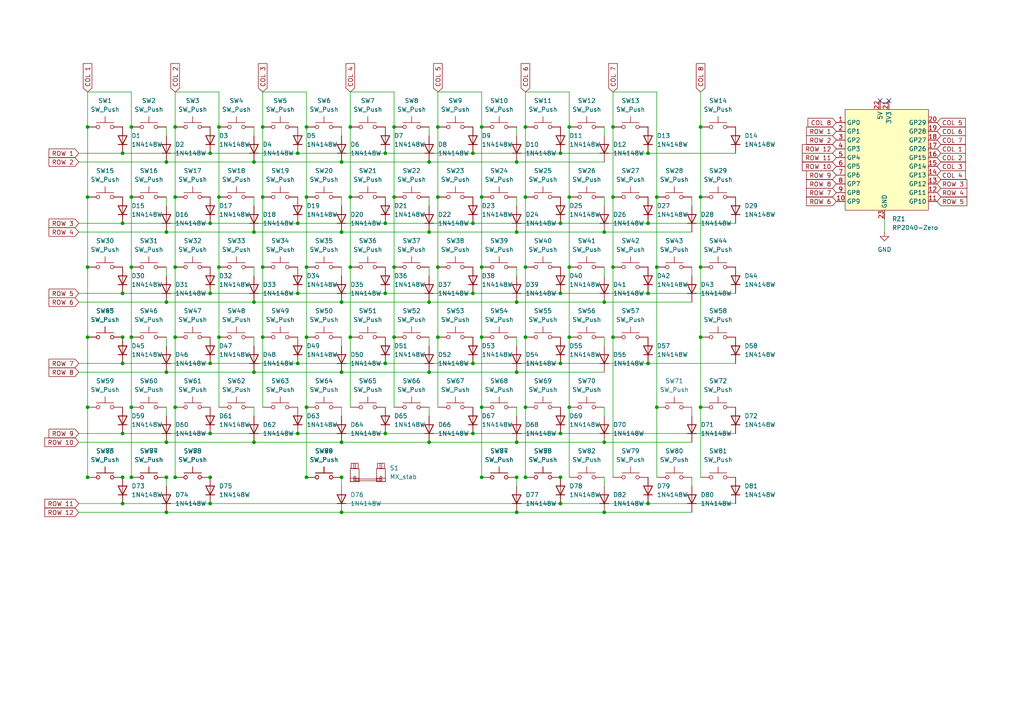
<source format=kicad_sch>
(kicad_sch (version 20230121) (generator eeschema)
  (paper "A4")
  (lib_symbols
    (symbol "Diode:1N4148W" (pin_numbers hide) (pin_names hide)
      (property "Reference" "D" (at 0 2.54 0))
      (property "Value" "1N4148W" (at 0 -2.54 0))
      (symbol "1N4148W_1_1"
        (pin passive line (at -3.81 0 0) (length 2.54) (name "K") (number "1"))
        (pin passive line (at 3.81 0 180) (length 2.54) (name "A") (number "2"))
      )
    )
    (symbol "Mabastlib_MX:MX_stab" (pin_names (offset 1.016))
      (property "Reference" "S" (at -5.08 6.35 0))
      (property "Value" "MX_stab" (at -5.08 3.81 0))
    )
    (symbol "RP2040_Zero:RP2040-Zero"
      (property "Reference" "RZ" (at 0 0 0))
      (property "Value" "RP2040-Zero" (at 0 -2.54 0))
      (symbol "RP2040-Zero_1_1"
        (pin bidirectional line (at -13.97 10.16 0) (length 2.54) (name "GP0") (number "1"))
        (pin bidirectional line (at -13.97 -12.7 0) (length 2.54) (name "GP9") (number "10"))
        (pin bidirectional line (at 15.24 -12.7 180) (length 2.54) (name "GP10") (number "11"))
        (pin bidirectional line (at 15.24 -10.16 180) (length 2.54) (name "GP11") (number "12"))
        (pin bidirectional line (at 15.24 -7.62 180) (length 2.54) (name "GP12") (number "13"))
        (pin bidirectional line (at 15.24 -5.08 180) (length 2.54) (name "GP13") (number "14"))
        (pin bidirectional line (at 15.24 -2.54 180) (length 2.54) (name "GP14") (number "15"))
        (pin bidirectional line (at 15.24 0 180) (length 2.54) (name "GP15") (number "16"))
        (pin bidirectional line (at 15.24 2.54 180) (length 2.54) (name "GP26") (number "17"))
        (pin bidirectional line (at 15.24 5.08 180) (length 2.54) (name "GP27") (number "18"))
        (pin bidirectional line (at 15.24 7.62 180) (length 2.54) (name "GP28") (number "19"))
        (pin bidirectional line (at -13.97 7.62 0) (length 2.54) (name "GP1") (number "2"))
        (pin bidirectional line (at 15.24 10.16 180) (length 2.54) (name "GP29") (number "20"))
        (pin power_in line (at 1.27 16.51 270) (length 2.54) (name "3V3") (number "21"))
        (pin power_in line (at -1.27 16.51 270) (length 2.54) (name "5V") (number "22"))
        (pin power_in line (at 0 -17.78 90) (length 2.54) (name "GND") (number "23"))
        (pin bidirectional line (at -13.97 5.08 0) (length 2.54) (name "GP2") (number "3"))
        (pin bidirectional line (at -13.97 2.54 0) (length 2.54) (name "GP3") (number "4"))
        (pin bidirectional line (at -13.97 0 0) (length 2.54) (name "GP4") (number "5"))
        (pin bidirectional line (at -13.97 -2.54 0) (length 2.54) (name "GP5") (number "6"))
        (pin bidirectional line (at -13.97 -5.08 0) (length 2.54) (name "GP6") (number "7"))
        (pin bidirectional line (at -13.97 -7.62 0) (length 2.54) (name "GP7") (number "8"))
        (pin bidirectional line (at -13.97 -10.16 0) (length 2.54) (name "GP8") (number "9"))
      )
    )
    (symbol "Switch:SW_Push" (pin_numbers hide) (pin_names (offset 1.016) hide)
      (property "Reference" "SW" (at 1.27 2.54 0))
      (property "Value" "SW_Push" (at 0 -1.524 0))
      (symbol "SW_Push_0_1"
        (pin passive line (at -5.08 0 0) (length 2.54) (name "1") (number "1"))
        (pin passive line (at 5.08 0 180) (length 2.54) (name "2") (number "2"))
      )
    )
    (symbol "power:GND" (power) (pin_names (offset 0))
      (property "Value" "GND" (at 0 -3.81 0))
      (symbol "GND_1_1"
        (pin power_in line (at 0 0 270) (length 0) hide (name "GND") (number "1"))
      )
    )
  )
  (junction (at 124.46 67.31))
  (junction (at 88.9 97.79))
  (junction (at 165.1 36.83))
  (junction (at 111.76 105.41))
  (junction (at 101.6 77.47))
  (junction (at 111.76 64.77))
  (junction (at 48.26 138.43))
  (junction (at 76.2 57.15))
  (junction (at 38.1 77.47))
  (junction (at 73.66 128.27))
  (junction (at 60.96 138.43))
  (junction (at 25.4 57.15))
  (junction (at 177.8 97.79))
  (junction (at 63.5 36.83))
  (junction (at 50.8 57.15))
  (junction (at 99.06 107.95))
  (junction (at 63.5 97.79))
  (junction (at 111.76 44.45))
  (junction (at 35.56 97.79))
  (junction (at 152.4 57.15))
  (junction (at 139.7 118.11))
  (junction (at 48.26 107.95))
  (junction (at 73.66 67.31))
  (junction (at 35.56 146.05))
  (junction (at 25.4 138.43))
  (junction (at 88.9 118.11))
  (junction (at 152.4 118.11))
  (junction (at 162.56 105.41))
  (junction (at 175.26 128.27))
  (junction (at 152.4 138.43))
  (junction (at 86.36 64.77))
  (junction (at 88.9 57.15))
  (junction (at 111.76 85.09))
  (junction (at 152.4 36.83))
  (junction (at 162.56 138.43))
  (junction (at 48.26 67.31))
  (junction (at 114.3 36.83))
  (junction (at 139.7 36.83))
  (junction (at 187.96 146.05))
  (junction (at 76.2 97.79))
  (junction (at 139.7 97.79))
  (junction (at 190.5 77.47))
  (junction (at 139.7 77.47))
  (junction (at 35.56 64.77))
  (junction (at 60.96 146.05))
  (junction (at 137.16 125.73))
  (junction (at 48.26 148.59))
  (junction (at 203.2 77.47))
  (junction (at 149.86 46.99))
  (junction (at 86.36 125.73))
  (junction (at 139.7 57.15))
  (junction (at 190.5 118.11))
  (junction (at 175.26 87.63))
  (junction (at 35.56 44.45))
  (junction (at 25.4 118.11))
  (junction (at 99.06 67.31))
  (junction (at 124.46 87.63))
  (junction (at 162.56 85.09))
  (junction (at 48.26 46.99))
  (junction (at 38.1 138.43))
  (junction (at 162.56 125.73))
  (junction (at 86.36 44.45))
  (junction (at 187.96 64.77))
  (junction (at 137.16 64.77))
  (junction (at 50.8 138.43))
  (junction (at 60.96 105.41))
  (junction (at 152.4 77.47))
  (junction (at 165.1 77.47))
  (junction (at 127 97.79))
  (junction (at 101.6 36.83))
  (junction (at 149.86 138.43))
  (junction (at 48.26 87.63))
  (junction (at 73.66 46.99))
  (junction (at 203.2 57.15))
  (junction (at 50.8 118.11))
  (junction (at 38.1 57.15))
  (junction (at 165.1 57.15))
  (junction (at 48.26 128.27))
  (junction (at 162.56 44.45))
  (junction (at 38.1 36.83))
  (junction (at 86.36 85.09))
  (junction (at 203.2 118.11))
  (junction (at 187.96 85.09))
  (junction (at 177.8 77.47))
  (junction (at 124.46 107.95))
  (junction (at 162.56 64.77))
  (junction (at 152.4 97.79))
  (junction (at 175.26 148.59))
  (junction (at 162.56 146.05))
  (junction (at 137.16 44.45))
  (junction (at 88.9 36.83))
  (junction (at 60.96 44.45))
  (junction (at 137.16 105.41))
  (junction (at 50.8 97.79))
  (junction (at 101.6 57.15))
  (junction (at 63.5 57.15))
  (junction (at 187.96 44.45))
  (junction (at 111.76 125.73))
  (junction (at 149.86 87.63))
  (junction (at 60.96 64.77))
  (junction (at 127 36.83))
  (junction (at 63.5 77.47))
  (junction (at 60.96 125.73))
  (junction (at 114.3 57.15))
  (junction (at 99.06 46.99))
  (junction (at 73.66 87.63))
  (junction (at 149.86 148.59))
  (junction (at 177.8 57.15))
  (junction (at 73.66 107.95))
  (junction (at 190.5 57.15))
  (junction (at 50.8 77.47))
  (junction (at 203.2 97.79))
  (junction (at 149.86 67.31))
  (junction (at 99.06 128.27))
  (junction (at 25.4 36.83))
  (junction (at 175.26 67.31))
  (junction (at 137.16 85.09))
  (junction (at 99.06 148.59))
  (junction (at 38.1 97.79))
  (junction (at 99.06 138.43))
  (junction (at 114.3 97.79))
  (junction (at 38.1 118.11))
  (junction (at 86.36 105.41))
  (junction (at 35.56 105.41))
  (junction (at 165.1 118.11))
  (junction (at 35.56 85.09))
  (junction (at 203.2 36.83))
  (junction (at 88.9 77.47))
  (junction (at 35.56 138.43))
  (junction (at 25.4 77.47))
  (junction (at 127 77.47))
  (junction (at 60.96 85.09))
  (junction (at 124.46 128.27))
  (junction (at 76.2 36.83))
  (junction (at 124.46 46.99))
  (junction (at 99.06 87.63))
  (junction (at 149.86 128.27))
  (junction (at 127 57.15))
  (junction (at 101.6 97.79))
  (junction (at 50.8 36.83))
  (junction (at 88.9 138.43))
  (junction (at 165.1 97.79))
  (junction (at 187.96 105.41))
  (junction (at 35.56 125.73))
  (junction (at 25.4 97.79))
  (junction (at 177.8 36.83))
  (junction (at 76.2 77.47))
  (junction (at 139.7 138.43))
  (junction (at 114.3 77.47))
  (junction (at 149.86 107.95))
  (no_connect (at 257.81 29.21))
  (no_connect (at 255.27 29.21))
  (wire (pts (xy 203.2 97.79) (xy 203.2 118.11)))
  (wire (pts (xy 22.86 64.77) (xy 35.56 64.77)))
  (wire (pts (xy 162.56 146.05) (xy 187.96 146.05)))
  (wire (pts (xy 177.8 77.47) (xy 177.8 57.15)))
  (wire (pts (xy 162.56 44.45) (xy 187.96 44.45)))
  (wire (pts (xy 86.36 44.45) (xy 111.76 44.45)))
  (wire (pts (xy 35.56 105.41) (xy 60.96 105.41)))
  (wire (pts (xy 48.26 138.43) (xy 48.26 140.97)))
  (wire (pts (xy 99.06 87.63) (xy 124.46 87.63)))
  (wire (pts (xy 187.96 105.41) (xy 213.36 105.41)))
  (wire (pts (xy 88.9 118.11) (xy 88.9 138.43)))
  (wire (pts (xy 38.1 118.11) (xy 38.1 138.43)))
  (wire (pts (xy 127 118.11) (xy 127 97.79)))
  (wire (pts (xy 175.26 97.79) (xy 175.26 100.33)))
  (wire (pts (xy 175.26 128.27) (xy 200.66 128.27)))
  (wire (pts (xy 38.1 36.83) (xy 38.1 57.15)))
  (wire (pts (xy 190.5 26.67) (xy 190.5 57.15)))
  (wire (pts (xy 177.8 138.43) (xy 177.8 97.79)))
  (wire (pts (xy 114.3 36.83) (xy 114.3 57.15)))
  (wire (pts (xy 99.06 138.43) (xy 99.06 140.97)))
  (wire (pts (xy 127 36.83) (xy 127 26.67)))
  (wire (pts (xy 162.56 105.41) (xy 187.96 105.41)))
  (wire (pts (xy 22.86 44.45) (xy 35.56 44.45)))
  (wire (pts (xy 73.66 128.27) (xy 99.06 128.27)))
  (wire (pts (xy 111.76 125.73) (xy 137.16 125.73)))
  (wire (pts (xy 187.96 64.77) (xy 213.36 64.77)))
  (wire (pts (xy 175.26 77.47) (xy 175.26 80.01)))
  (wire (pts (xy 48.26 77.47) (xy 48.26 80.01)))
  (wire (pts (xy 73.66 57.15) (xy 73.66 59.69)))
  (wire (pts (xy 149.86 97.79) (xy 149.86 100.33)))
  (wire (pts (xy 111.76 44.45) (xy 137.16 44.45)))
  (wire (pts (xy 177.8 57.15) (xy 177.8 36.83)))
  (wire (pts (xy 162.56 64.77) (xy 187.96 64.77)))
  (wire (pts (xy 114.3 26.67) (xy 114.3 36.83)))
  (wire (pts (xy 25.4 77.47) (xy 25.4 97.79)))
  (wire (pts (xy 48.26 57.15) (xy 48.26 59.69)))
  (wire (pts (xy 114.3 57.15) (xy 114.3 77.47)))
  (wire (pts (xy 203.2 77.47) (xy 203.2 97.79)))
  (wire (pts (xy 48.26 148.59) (xy 99.06 148.59)))
  (wire (pts (xy 101.6 97.79) (xy 101.6 77.47)))
  (wire (pts (xy 50.8 36.83) (xy 50.8 26.67)))
  (wire (pts (xy 200.66 77.47) (xy 200.66 80.01)))
  (wire (pts (xy 152.4 57.15) (xy 152.4 36.83)))
  (wire (pts (xy 149.86 128.27) (xy 175.26 128.27)))
  (wire (pts (xy 73.66 107.95) (xy 99.06 107.95)))
  (wire (pts (xy 48.26 128.27) (xy 73.66 128.27)))
  (wire (pts (xy 137.16 44.45) (xy 162.56 44.45)))
  (wire (pts (xy 38.1 97.79) (xy 38.1 118.11)))
  (wire (pts (xy 22.86 67.31) (xy 48.26 67.31)))
  (wire (pts (xy 99.06 97.79) (xy 99.06 100.33)))
  (wire (pts (xy 73.66 77.47) (xy 73.66 80.01)))
  (wire (pts (xy 149.86 57.15) (xy 149.86 59.69)))
  (wire (pts (xy 175.26 67.31) (xy 200.66 67.31)))
  (wire (pts (xy 25.4 97.79) (xy 25.4 118.11)))
  (wire (pts (xy 99.06 57.15) (xy 99.06 59.69)))
  (wire (pts (xy 22.86 87.63) (xy 48.26 87.63)))
  (wire (pts (xy 114.3 77.47) (xy 114.3 97.79)))
  (wire (pts (xy 165.1 26.67) (xy 165.1 36.83)))
  (wire (pts (xy 124.46 118.11) (xy 124.46 120.65)))
  (wire (pts (xy 86.36 105.41) (xy 111.76 105.41)))
  (wire (pts (xy 124.46 97.79) (xy 124.46 100.33)))
  (wire (pts (xy 25.4 77.47) (xy 25.4 57.15)))
  (wire (pts (xy 149.86 77.47) (xy 149.86 80.01)))
  (wire (pts (xy 48.26 107.95) (xy 73.66 107.95)))
  (wire (pts (xy 165.1 97.79) (xy 165.1 118.11)))
  (wire (pts (xy 60.96 105.41) (xy 86.36 105.41)))
  (wire (pts (xy 152.4 36.83) (xy 152.4 26.67)))
  (wire (pts (xy 175.26 138.43) (xy 175.26 140.97)))
  (wire (pts (xy 127 26.67) (xy 139.7 26.67)))
  (wire (pts (xy 165.1 77.47) (xy 165.1 97.79)))
  (wire (pts (xy 149.86 36.83) (xy 149.86 39.37)))
  (wire (pts (xy 139.7 26.67) (xy 139.7 36.83)))
  (wire (pts (xy 149.86 138.43) (xy 149.86 140.97)))
  (wire (pts (xy 165.1 57.15) (xy 165.1 77.47)))
  (wire (pts (xy 203.2 36.83) (xy 203.2 57.15)))
  (wire (pts (xy 60.96 146.05) (xy 162.56 146.05)))
  (wire (pts (xy 99.06 118.11) (xy 99.06 120.65)))
  (wire (pts (xy 38.1 26.67) (xy 38.1 36.83)))
  (wire (pts (xy 22.86 107.95) (xy 48.26 107.95)))
  (wire (pts (xy 60.96 64.77) (xy 86.36 64.77)))
  (wire (pts (xy 152.4 97.79) (xy 152.4 77.47)))
  (wire (pts (xy 63.5 77.47) (xy 63.5 97.79)))
  (wire (pts (xy 139.7 77.47) (xy 139.7 97.79)))
  (wire (pts (xy 177.8 97.79) (xy 177.8 77.47)))
  (wire (pts (xy 124.46 87.63) (xy 149.86 87.63)))
  (wire (pts (xy 60.96 85.09) (xy 86.36 85.09)))
  (wire (pts (xy 76.2 57.15) (xy 76.2 36.83)))
  (wire (pts (xy 63.5 97.79) (xy 63.5 118.11)))
  (wire (pts (xy 99.06 148.59) (xy 149.86 148.59)))
  (wire (pts (xy 60.96 125.73) (xy 86.36 125.73)))
  (wire (pts (xy 99.06 77.47) (xy 99.06 80.01)))
  (wire (pts (xy 187.96 85.09) (xy 213.36 85.09)))
  (wire (pts (xy 152.4 138.43) (xy 152.4 118.11)))
  (wire (pts (xy 50.8 57.15) (xy 50.8 36.83)))
  (wire (pts (xy 38.1 77.47) (xy 38.1 97.79)))
  (wire (pts (xy 73.66 118.11) (xy 73.66 120.65)))
  (wire (pts (xy 22.86 46.99) (xy 48.26 46.99)))
  (wire (pts (xy 73.66 67.31) (xy 99.06 67.31)))
  (wire (pts (xy 165.1 36.83) (xy 165.1 57.15)))
  (wire (pts (xy 152.4 26.67) (xy 165.1 26.67)))
  (wire (pts (xy 88.9 57.15) (xy 88.9 77.47)))
  (wire (pts (xy 48.26 36.83) (xy 48.26 39.37)))
  (wire (pts (xy 203.2 118.11) (xy 203.2 138.43)))
  (wire (pts (xy 124.46 77.47) (xy 124.46 80.01)))
  (wire (pts (xy 76.2 77.47) (xy 76.2 57.15)))
  (wire (pts (xy 139.7 118.11) (xy 139.7 138.43)))
  (wire (pts (xy 63.5 36.83) (xy 63.5 57.15)))
  (wire (pts (xy 175.26 57.15) (xy 175.26 59.69)))
  (wire (pts (xy 152.4 118.11) (xy 152.4 97.79)))
  (wire (pts (xy 48.26 67.31) (xy 73.66 67.31)))
  (wire (pts (xy 22.86 125.73) (xy 35.56 125.73)))
  (wire (pts (xy 139.7 57.15) (xy 139.7 77.47)))
  (wire (pts (xy 22.86 128.27) (xy 48.26 128.27)))
  (wire (pts (xy 111.76 105.41) (xy 137.16 105.41)))
  (wire (pts (xy 73.66 46.99) (xy 99.06 46.99)))
  (wire (pts (xy 111.76 85.09) (xy 137.16 85.09)))
  (wire (pts (xy 175.26 118.11) (xy 175.26 120.65)))
  (wire (pts (xy 101.6 26.67) (xy 114.3 26.67)))
  (wire (pts (xy 76.2 26.67) (xy 88.9 26.67)))
  (wire (pts (xy 200.66 118.11) (xy 200.66 120.65)))
  (wire (pts (xy 124.46 67.31) (xy 149.86 67.31)))
  (wire (pts (xy 35.56 44.45) (xy 60.96 44.45)))
  (wire (pts (xy 177.8 26.67) (xy 190.5 26.67)))
  (wire (pts (xy 25.4 57.15) (xy 25.4 36.83)))
  (wire (pts (xy 114.3 97.79) (xy 114.3 118.11)))
  (wire (pts (xy 200.66 57.15) (xy 200.66 59.69)))
  (wire (pts (xy 149.86 118.11) (xy 149.86 120.65)))
  (wire (pts (xy 187.96 44.45) (xy 213.36 44.45)))
  (wire (pts (xy 25.4 26.67) (xy 38.1 26.67)))
  (wire (pts (xy 99.06 67.31) (xy 124.46 67.31)))
  (wire (pts (xy 48.26 97.79) (xy 48.26 100.33)))
  (wire (pts (xy 124.46 107.95) (xy 149.86 107.95)))
  (wire (pts (xy 99.06 46.99) (xy 124.46 46.99)))
  (wire (pts (xy 203.2 57.15) (xy 203.2 77.47)))
  (wire (pts (xy 76.2 118.11) (xy 76.2 97.79)))
  (wire (pts (xy 50.8 138.43) (xy 50.8 118.11)))
  (wire (pts (xy 88.9 97.79) (xy 88.9 118.11)))
  (wire (pts (xy 175.26 87.63) (xy 200.66 87.63)))
  (wire (pts (xy 63.5 26.67) (xy 63.5 36.83)))
  (wire (pts (xy 162.56 125.73) (xy 213.36 125.73)))
  (wire (pts (xy 22.86 105.41) (xy 35.56 105.41)))
  (wire (pts (xy 124.46 57.15) (xy 124.46 59.69)))
  (wire (pts (xy 86.36 64.77) (xy 111.76 64.77)))
  (wire (pts (xy 200.66 138.43) (xy 200.66 140.97)))
  (wire (pts (xy 175.26 148.59) (xy 200.66 148.59)))
  (wire (pts (xy 99.06 36.83) (xy 99.06 39.37)))
  (wire (pts (xy 124.46 128.27) (xy 149.86 128.27)))
  (wire (pts (xy 73.66 97.79) (xy 73.66 100.33)))
  (wire (pts (xy 60.96 44.45) (xy 86.36 44.45)))
  (wire (pts (xy 124.46 46.99) (xy 149.86 46.99)))
  (wire (pts (xy 86.36 125.73) (xy 111.76 125.73)))
  (wire (pts (xy 190.5 77.47) (xy 190.5 118.11)))
  (wire (pts (xy 127 77.47) (xy 127 57.15)))
  (wire (pts (xy 152.4 77.47) (xy 152.4 57.15)))
  (wire (pts (xy 88.9 26.67) (xy 88.9 36.83)))
  (wire (pts (xy 127 97.79) (xy 127 77.47)))
  (wire (pts (xy 101.6 77.47) (xy 101.6 57.15)))
  (wire (pts (xy 25.4 138.43) (xy 25.4 118.11)))
  (wire (pts (xy 127 57.15) (xy 127 36.83)))
  (wire (pts (xy 48.26 118.11) (xy 48.26 120.65)))
  (wire (pts (xy 22.86 146.05) (xy 35.56 146.05)))
  (wire (pts (xy 190.5 57.15) (xy 190.5 77.47)))
  (wire (pts (xy 190.5 118.11) (xy 190.5 138.43)))
  (wire (pts (xy 149.86 67.31) (xy 175.26 67.31)))
  (wire (pts (xy 50.8 118.11) (xy 50.8 97.79)))
  (wire (pts (xy 139.7 36.83) (xy 139.7 57.15)))
  (wire (pts (xy 203.2 26.67) (xy 203.2 36.83)))
  (wire (pts (xy 35.56 85.09) (xy 60.96 85.09)))
  (wire (pts (xy 137.16 85.09) (xy 162.56 85.09)))
  (wire (pts (xy 101.6 36.83) (xy 101.6 26.67)))
  (wire (pts (xy 22.86 85.09) (xy 35.56 85.09)))
  (wire (pts (xy 149.86 107.95) (xy 175.26 107.95)))
  (wire (pts (xy 76.2 97.79) (xy 76.2 77.47)))
  (wire (pts (xy 38.1 57.15) (xy 38.1 77.47)))
  (wire (pts (xy 137.16 64.77) (xy 162.56 64.77)))
  (wire (pts (xy 149.86 148.59) (xy 175.26 148.59)))
  (wire (pts (xy 73.66 87.63) (xy 99.06 87.63)))
  (wire (pts (xy 50.8 77.47) (xy 50.8 57.15)))
  (wire (pts (xy 149.86 87.63) (xy 175.26 87.63)))
  (wire (pts (xy 48.26 46.99) (xy 73.66 46.99)))
  (wire (pts (xy 177.8 36.83) (xy 177.8 26.67)))
  (wire (pts (xy 111.76 64.77) (xy 137.16 64.77)))
  (wire (pts (xy 35.56 64.77) (xy 60.96 64.77)))
  (wire (pts (xy 139.7 97.79) (xy 139.7 118.11)))
  (wire (pts (xy 137.16 125.73) (xy 162.56 125.73)))
  (wire (pts (xy 137.16 105.41) (xy 162.56 105.41)))
  (wire (pts (xy 101.6 57.15) (xy 101.6 36.83)))
  (wire (pts (xy 50.8 97.79) (xy 50.8 77.47)))
  (wire (pts (xy 76.2 36.83) (xy 76.2 26.67)))
  (wire (pts (xy 187.96 146.05) (xy 213.36 146.05)))
  (wire (pts (xy 22.86 148.59) (xy 48.26 148.59)))
  (wire (pts (xy 35.56 125.73) (xy 60.96 125.73)))
  (wire (pts (xy 99.06 107.95) (xy 124.46 107.95)))
  (wire (pts (xy 25.4 36.83) (xy 25.4 26.67)))
  (wire (pts (xy 63.5 57.15) (xy 63.5 77.47)))
  (wire (pts (xy 165.1 118.11) (xy 165.1 138.43)))
  (wire (pts (xy 35.56 146.05) (xy 60.96 146.05)))
  (wire (pts (xy 88.9 77.47) (xy 88.9 97.79)))
  (wire (pts (xy 256.54 63.5) (xy 256.54 67.31)))
  (wire (pts (xy 124.46 36.83) (xy 124.46 39.37)))
  (wire (pts (xy 48.26 87.63) (xy 73.66 87.63)))
  (wire (pts (xy 50.8 26.67) (xy 63.5 26.67)))
  (wire (pts (xy 73.66 36.83) (xy 73.66 39.37)))
  (wire (pts (xy 101.6 118.11) (xy 101.6 97.79)))
  (wire (pts (xy 99.06 128.27) (xy 124.46 128.27)))
  (wire (pts (xy 88.9 36.83) (xy 88.9 57.15)))
  (wire (pts (xy 149.86 46.99) (xy 175.26 46.99)))
  (wire (pts (xy 175.26 36.83) (xy 175.26 39.37)))
  (wire (pts (xy 86.36 85.09) (xy 111.76 85.09)))
  (wire (pts (xy 162.56 85.09) (xy 187.96 85.09)))
  (global_label "COL 1" (shape input) (at 25.4 26.67 90) (property "Intersheetrefs" "${INTERSHEET_REFS}" (effects hide)))
  (global_label "ROW 10" (shape input) (at 22.86 128.27 180) (property "Intersheetrefs" "${INTERSHEET_REFS}" (effects hide)))
  (global_label "COL 3" (shape input) (at 271.78 48.26 0) (property "Intersheetrefs" "${INTERSHEET_REFS}" (effects hide)))
  (global_label "ROW 11" (shape input) (at 242.57 45.72 180) (property "Intersheetrefs" "${INTERSHEET_REFS}" (effects hide)))
  (global_label "ROW 9" (shape input) (at 22.86 125.73 180) (property "Intersheetrefs" "${INTERSHEET_REFS}" (effects hide)))
  (global_label "ROW 8" (shape input) (at 22.86 107.95 180) (property "Intersheetrefs" "${INTERSHEET_REFS}" (effects hide)))
  (global_label "COL 2" (shape input) (at 271.78 45.72 0) (property "Intersheetrefs" "${INTERSHEET_REFS}" (effects hide)))
  (global_label "COL 7" (shape input) (at 271.78 40.64 0) (property "Intersheetrefs" "${INTERSHEET_REFS}" (effects hide)))
  (global_label "ROW 4" (shape input) (at 22.86 67.31 180) (property "Intersheetrefs" "${INTERSHEET_REFS}" (effects hide)))
  (global_label "ROW 8" (shape input) (at 242.57 53.34 180) (property "Intersheetrefs" "${INTERSHEET_REFS}" (effects hide)))
  (global_label "ROW 2" (shape input) (at 22.86 46.99 180) (property "Intersheetrefs" "${INTERSHEET_REFS}" (effects hide)))
  (global_label "COL 8" (shape input) (at 203.2 26.67 90) (property "Intersheetrefs" "${INTERSHEET_REFS}" (effects hide)))
  (global_label "ROW 5" (shape input) (at 22.86 85.09 180) (property "Intersheetrefs" "${INTERSHEET_REFS}" (effects hide)))
  (global_label "ROW 3" (shape input) (at 22.86 64.77 180) (property "Intersheetrefs" "${INTERSHEET_REFS}" (effects hide)))
  (global_label "ROW 6" (shape input) (at 22.86 87.63 180) (property "Intersheetrefs" "${INTERSHEET_REFS}" (effects hide)))
  (global_label "ROW 7" (shape input) (at 22.86 105.41 180) (property "Intersheetrefs" "${INTERSHEET_REFS}" (effects hide)))
  (global_label "COL 3" (shape input) (at 76.2 26.67 90) (property "Intersheetrefs" "${INTERSHEET_REFS}" (effects hide)))
  (global_label "ROW 9" (shape input) (at 242.57 50.8 180) (property "Intersheetrefs" "${INTERSHEET_REFS}" (effects hide)))
  (global_label "ROW 11" (shape input) (at 22.86 146.05 180) (property "Intersheetrefs" "${INTERSHEET_REFS}" (effects hide)))
  (global_label "ROW 7" (shape input) (at 242.57 55.88 180) (property "Intersheetrefs" "${INTERSHEET_REFS}" (effects hide)))
  (global_label "ROW 4" (shape input) (at 271.78 55.88 0) (property "Intersheetrefs" "${INTERSHEET_REFS}" (effects hide)))
  (global_label "COL 4" (shape input) (at 101.6 26.67 90) (property "Intersheetrefs" "${INTERSHEET_REFS}" (effects hide)))
  (global_label "ROW 1" (shape input) (at 22.86 44.45 180) (property "Intersheetrefs" "${INTERSHEET_REFS}" (effects hide)))
  (global_label "ROW 12" (shape input) (at 242.57 43.18 180) (property "Intersheetrefs" "${INTERSHEET_REFS}" (effects hide)))
  (global_label "ROW 5" (shape input) (at 271.78 58.42 0) (property "Intersheetrefs" "${INTERSHEET_REFS}" (effects hide)))
  (global_label "COL 5" (shape input) (at 271.78 35.56 0) (property "Intersheetrefs" "${INTERSHEET_REFS}" (effects hide)))
  (global_label "ROW 3" (shape input) (at 271.78 53.34 0) (property "Intersheetrefs" "${INTERSHEET_REFS}" (effects hide)))
  (global_label "COL 7" (shape input) (at 177.8 26.67 90) (property "Intersheetrefs" "${INTERSHEET_REFS}" (effects hide)))
  (global_label "COL 2" (shape input) (at 50.8 26.67 90) (property "Intersheetrefs" "${INTERSHEET_REFS}" (effects hide)))
  (global_label "COL 5" (shape input) (at 127 26.67 90) (property "Intersheetrefs" "${INTERSHEET_REFS}" (effects hide)))
  (global_label "ROW 6" (shape input) (at 242.57 58.42 180) (property "Intersheetrefs" "${INTERSHEET_REFS}" (effects hide)))
  (global_label "ROW 1" (shape input) (at 242.57 38.1 180) (property "Intersheetrefs" "${INTERSHEET_REFS}" (effects hide)))
  (global_label "ROW 2" (shape input) (at 242.57 40.64 180) (property "Intersheetrefs" "${INTERSHEET_REFS}" (effects hide)))
  (global_label "COL 6" (shape input) (at 271.78 38.1 0) (property "Intersheetrefs" "${INTERSHEET_REFS}" (effects hide)))
  (global_label "ROW 12" (shape input) (at 22.86 148.59 180) (property "Intersheetrefs" "${INTERSHEET_REFS}" (effects hide)))
  (global_label "ROW 10" (shape input) (at 242.57 48.26 180) (property "Intersheetrefs" "${INTERSHEET_REFS}" (effects hide)))
  (global_label "COL 4" (shape input) (at 271.78 50.8 0) (property "Intersheetrefs" "${INTERSHEET_REFS}" (effects hide)))
  (global_label "COL 6" (shape input) (at 152.4 26.67 90) (property "Intersheetrefs" "${INTERSHEET_REFS}" (effects hide)))
  (global_label "COL 8" (shape input) (at 242.57 35.56 180) (property "Intersheetrefs" "${INTERSHEET_REFS}" (effects hide)))
  (global_label "COL 1" (shape input) (at 271.78 43.18 0) (property "Intersheetrefs" "${INTERSHEET_REFS}" (effects hide)))
  (symbol (lib_id "Diode:1N4148W") (at 187.96 60.96 90) (unit 1)
    (property "Reference" "D27" (at 190.5 59.69 90) (effects (justify right)))
    (property "Value" "1N4148W" (at 190.5 62.23 90) (effects (justify right)))
    (property "Footprint" "Diode_SMD:D_SOD-123" (effects hide))
    (property "Datasheet" "https://www.vishay.com/docs/85748/1n4148w.pdf" (effects hide))
    (property "Sim.Device" "D" (effects hide))
    (property "Sim.Pins" "1=K 2=A" (effects hide))
  )
  (symbol (lib_id "Switch:SW_Push") (at 182.88 138.43 0) (unit 1)
    (property "Reference" "SW79" (at 182.88 130.81 0))
    (property "Value" "SW_Push" (at 182.88 133.35 0))
    (property "Footprint" "MX_Hotswap:MX-Hotswap-1U" (effects hide))
  )
  (symbol (lib_id "Diode:1N4148W") (at 149.86 124.46 90) (unit 1)
    (property "Reference" "D68" (at 152.4 123.19 90) (effects (justify right)))
    (property "Value" "1N4148W" (at 152.4 125.73 90) (effects (justify right)))
    (property "Footprint" "Diode_SMD:D_SOD-123" (effects hide))
    (property "Datasheet" "https://www.vishay.com/docs/85748/1n4148w.pdf" (effects hide))
    (property "Sim.Device" "D" (effects hide))
    (property "Sim.Pins" "1=K 2=A" (effects hide))
  )
  (symbol (lib_id "Diode:1N4148W") (at 175.26 63.5 90) (unit 1)
    (property "Reference" "D26" (at 177.8 62.23 90) (effects (justify right)))
    (property "Value" "1N4148W" (at 177.8 64.77 90) (effects (justify right)))
    (property "Footprint" "Diode_SMD:D_SOD-123" (effects hide))
    (property "Datasheet" "https://www.vishay.com/docs/85748/1n4148w.pdf" (effects hide))
    (property "Sim.Device" "D" (effects hide))
    (property "Sim.Pins" "1=K 2=A" (effects hide))
  )
  (symbol (lib_id "Diode:1N4148W") (at 99.06 144.78 90) (unit 1)
    (property "Reference" "D76" (at 101.6 143.51 90) (effects (justify right)))
    (property "Value" "1N4148W" (at 101.6 146.05 90) (effects (justify right)))
    (property "Footprint" "Diode_SMD:D_SOD-123" (effects hide))
    (property "Datasheet" "https://www.vishay.com/docs/85748/1n4148w.pdf" (effects hide))
    (property "Sim.Device" "D" (effects hide))
    (property "Sim.Pins" "1=K 2=A" (effects hide))
  )
  (symbol (lib_id "Switch:SW_Push") (at 182.88 36.83 0) (unit 1)
    (property "Reference" "SW13" (at 182.88 29.21 0))
    (property "Value" "SW_Push" (at 182.88 31.75 0))
    (property "Footprint" "MX_Hotswap:MX-Hotswap-1U" (effects hide))
  )
  (symbol (lib_id "Switch:SW_Push") (at 43.18 57.15 0) (unit 1)
    (property "Reference" "SW16" (at 43.18 49.53 0))
    (property "Value" "SW_Push" (at 43.18 52.07 0))
    (property "Footprint" "MX_Hotswap:MX-Hotswap-1U" (effects hide))
  )
  (symbol (lib_id "Switch:SW_Push") (at 182.88 97.79 0) (unit 1)
    (property "Reference" "SW57" (at 182.88 90.17 0))
    (property "Value" "SW_Push" (at 182.88 92.71 0))
    (property "Footprint" "MX_Hotswap:MX-Hotswap-2.25U" (effects hide))
  )
  (symbol (lib_id "Switch:SW_Push") (at 93.98 97.79 0) (unit 1)
    (property "Reference" "SW50" (at 93.98 90.17 0))
    (property "Value" "SW_Push" (at 93.98 92.71 0))
    (property "Footprint" "MX_Hotswap:MX-Hotswap-1U" (effects hide))
  )
  (symbol (lib_id "Diode:1N4148W") (at 48.26 124.46 90) (unit 1)
    (property "Reference" "D60" (at 50.8 123.19 90) (effects (justify right)))
    (property "Value" "1N4148W" (at 50.8 125.73 90) (effects (justify right)))
    (property "Footprint" "Diode_SMD:D_SOD-123" (effects hide))
    (property "Datasheet" "https://www.vishay.com/docs/85748/1n4148w.pdf" (effects hide))
    (property "Sim.Device" "D" (effects hide))
    (property "Sim.Pins" "1=K 2=A" (effects hide))
  )
  (symbol (lib_id "Switch:SW_Push") (at 208.28 57.15 0) (unit 1)
    (property "Reference" "SW29" (at 208.28 49.53 0))
    (property "Value" "SW_Push" (at 208.28 52.07 0))
    (property "Footprint" "MX_Hotswap:MX-Hotswap-1U" (effects hide))
  )
  (symbol (lib_id "Switch:SW_Push") (at 81.28 77.47 0) (unit 1)
    (property "Reference" "SW34" (at 81.28 69.85 0))
    (property "Value" "SW_Push" (at 81.28 72.39 0))
    (property "Footprint" "MX_Hotswap:MX-Hotswap-1U" (effects hide))
  )
  (symbol (lib_id "Diode:1N4148W") (at 213.36 101.6 90) (unit 1)
    (property "Reference" "D58" (at 215.9 100.33 90) (effects (justify right)))
    (property "Value" "1N4148W" (at 215.9 102.87 90) (effects (justify right)))
    (property "Footprint" "Diode_SMD:D_SOD-123" (effects hide))
    (property "Datasheet" "https://www.vishay.com/docs/85748/1n4148w.pdf" (effects hide))
    (property "Sim.Device" "D" (effects hide))
    (property "Sim.Pins" "1=K 2=A" (effects hide))
  )
  (symbol (lib_id "Switch:SW_Push") (at 55.88 36.83 0) (unit 1)
    (property "Reference" "SW3" (at 55.88 29.21 0))
    (property "Value" "SW_Push" (at 55.88 31.75 0))
    (property "Footprint" "MX_Hotswap:MX-Hotswap-1U" (effects hide))
  )
  (symbol (lib_id "Diode:1N4148W") (at 99.06 63.5 90) (unit 1)
    (property "Reference" "D20" (at 101.6 62.23 90) (effects (justify right)))
    (property "Value" "1N4148W" (at 101.6 64.77 90) (effects (justify right)))
    (property "Footprint" "Diode_SMD:D_SOD-123" (effects hide))
    (property "Datasheet" "https://www.vishay.com/docs/85748/1n4148w.pdf" (effects hide))
    (property "Sim.Device" "D" (effects hide))
    (property "Sim.Pins" "1=K 2=A" (effects hide))
  )
  (symbol (lib_id "Diode:1N4148W") (at 35.56 142.24 90) (unit 1)
    (property "Reference" "D73" (at 38.1 140.97 90) (effects (justify right)))
    (property "Value" "1N4148W" (at 38.1 143.51 90) (effects (justify right)))
    (property "Footprint" "Diode_SMD:D_SOD-123" (effects hide))
    (property "Datasheet" "https://www.vishay.com/docs/85748/1n4148w.pdf" (effects hide))
    (property "Sim.Device" "D" (effects hide))
    (property "Sim.Pins" "1=K 2=A" (effects hide))
  )
  (symbol (lib_id "Diode:1N4148W") (at 48.26 63.5 90) (unit 1)
    (property "Reference" "D16" (at 50.8 62.23 90) (effects (justify right)))
    (property "Value" "1N4148W" (at 50.8 64.77 90) (effects (justify right)))
    (property "Footprint" "Diode_SMD:D_SOD-123" (effects hide))
    (property "Datasheet" "https://www.vishay.com/docs/85748/1n4148w.pdf" (effects hide))
    (property "Sim.Device" "D" (effects hide))
    (property "Sim.Pins" "1=K 2=A" (effects hide))
  )
  (symbol (lib_id "Diode:1N4148W") (at 99.06 83.82 90) (unit 1)
    (property "Reference" "D35" (at 101.6 82.55 90) (effects (justify right)))
    (property "Value" "1N4148W" (at 101.6 85.09 90) (effects (justify right)))
    (property "Footprint" "Diode_SMD:D_SOD-123" (effects hide))
    (property "Datasheet" "https://www.vishay.com/docs/85748/1n4148w.pdf" (effects hide))
    (property "Sim.Device" "D" (effects hide))
    (property "Sim.Pins" "1=K 2=A" (effects hide))
  )
  (symbol (lib_id "Diode:1N4148W") (at 86.36 40.64 90) (unit 1)
    (property "Reference" "D5" (at 88.9 39.37 90) (effects (justify right)))
    (property "Value" "1N4148W" (at 88.9 41.91 90) (effects (justify right)))
    (property "Footprint" "Diode_SMD:D_SOD-123" (effects hide))
    (property "Datasheet" "https://www.vishay.com/docs/85748/1n4148w.pdf" (effects hide))
    (property "Sim.Device" "D" (effects hide))
    (property "Sim.Pins" "1=K 2=A" (effects hide))
  )
  (symbol (lib_id "Diode:1N4148W") (at 99.06 104.14 90) (unit 1)
    (property "Reference" "D50" (at 101.6 102.87 90) (effects (justify right)))
    (property "Value" "1N4148W" (at 101.6 105.41 90) (effects (justify right)))
    (property "Footprint" "Diode_SMD:D_SOD-123" (effects hide))
    (property "Datasheet" "https://www.vishay.com/docs/85748/1n4148w.pdf" (effects hide))
    (property "Sim.Device" "D" (effects hide))
    (property "Sim.Pins" "1=K 2=A" (effects hide))
  )
  (symbol (lib_id "Diode:1N4148W") (at 213.36 121.92 90) (unit 1)
    (property "Reference" "D72" (at 215.9 120.65 90) (effects (justify right)))
    (property "Value" "1N4148W" (at 215.9 123.19 90) (effects (justify right)))
    (property "Footprint" "Diode_SMD:D_SOD-123" (effects hide))
    (property "Datasheet" "https://www.vishay.com/docs/85748/1n4148w.pdf" (effects hide))
    (property "Sim.Device" "D" (effects hide))
    (property "Sim.Pins" "1=K 2=A" (effects hide))
  )
  (symbol (lib_id "Diode:1N4148W") (at 73.66 43.18 90) (unit 1)
    (property "Reference" "D4" (at 76.2 41.91 90) (effects (justify right)))
    (property "Value" "1N4148W" (at 76.2 44.45 90) (effects (justify right)))
    (property "Footprint" "Diode_SMD:D_SOD-123" (effects hide))
    (property "Datasheet" "https://www.vishay.com/docs/85748/1n4148w.pdf" (effects hide))
    (property "Sim.Device" "D" (effects hide))
    (property "Sim.Pins" "1=K 2=A" (effects hide))
  )
  (symbol (lib_id "Switch:SW_Push") (at 144.78 77.47 0) (unit 1)
    (property "Reference" "SW39" (at 144.78 69.85 0))
    (property "Value" "SW_Push" (at 144.78 72.39 0))
    (property "Footprint" "MX_Hotswap:MX-Hotswap-1U" (effects hide))
  )
  (symbol (lib_id "Switch:SW_Push") (at 93.98 118.11 0) (unit 1)
    (property "Reference" "SW64" (at 93.98 110.49 0))
    (property "Value" "SW_Push" (at 93.98 113.03 0))
    (property "Footprint" "MX_Hotswap:MX-Hotswap-1U" (effects hide))
  )
  (symbol (lib_id "Switch:SW_Push") (at 81.28 36.83 0) (unit 1)
    (property "Reference" "SW5" (at 81.28 29.21 0))
    (property "Value" "SW_Push" (at 81.28 31.75 0))
    (property "Footprint" "MX_Hotswap:MX-Hotswap-1U" (effects hide))
  )
  (symbol (lib_id "Switch:SW_Push") (at 182.88 57.15 0) (unit 1)
    (property "Reference" "SW27" (at 182.88 49.53 0))
    (property "Value" "SW_Push" (at 182.88 52.07 0))
    (property "Footprint" "MX_Hotswap:MX-Hotswap-1U" (effects hide))
  )
  (symbol (lib_id "Switch:SW_Push") (at 93.98 57.15 0) (unit 1)
    (property "Reference" "SW20" (at 93.98 49.53 0))
    (property "Value" "SW_Push" (at 93.98 52.07 0))
    (property "Footprint" "MX_Hotswap:MX-Hotswap-1U" (effects hide))
  )
  (symbol (lib_id "Switch:SW_Push") (at 55.88 138.43 0) (unit 1)
    (property "Reference" "SW75" (at 55.88 130.81 0))
    (property "Value" "SW_Push" (at 55.88 133.35 0))
    (property "Footprint" "MX_Hotswap:MX-Hotswap-1.25U" (effects hide))
  )
  (symbol (lib_id "Diode:1N4148W") (at 200.66 124.46 90) (unit 1)
    (property "Reference" "D71" (at 203.2 123.19 90) (effects (justify right)))
    (property "Value" "1N4148W" (at 203.2 125.73 90) (effects (justify right)))
    (property "Footprint" "Diode_SMD:D_SOD-123" (effects hide))
    (property "Datasheet" "https://www.vishay.com/docs/85748/1n4148w.pdf" (effects hide))
    (property "Sim.Device" "D" (effects hide))
    (property "Sim.Pins" "1=K 2=A" (effects hide))
  )
  (symbol (lib_id "Diode:1N4148W") (at 60.96 121.92 90) (unit 1)
    (property "Reference" "D61" (at 63.5 120.65 90) (effects (justify right)))
    (property "Value" "1N4148W" (at 63.5 123.19 90) (effects (justify right)))
    (property "Footprint" "Diode_SMD:D_SOD-123" (effects hide))
    (property "Datasheet" "https://www.vishay.com/docs/85748/1n4148w.pdf" (effects hide))
    (property "Sim.Device" "D" (effects hide))
    (property "Sim.Pins" "1=K 2=A" (effects hide))
  )
  (symbol (lib_id "Switch:SW_Push") (at 93.98 138.43 0) (unit 1)
    (property "Reference" "SW90" (at 93.98 130.81 0))
    (property "Value" "SW_Push" (at 93.98 133.35 0))
    (property "Footprint" "MX_Hotswap:MX-Hotswap-1U" (effects hide))
  )
  (symbol (lib_id "Switch:SW_Push") (at 106.68 77.47 0) (unit 1)
    (property "Reference" "SW36" (at 106.68 69.85 0))
    (property "Value" "SW_Push" (at 106.68 72.39 0))
    (property "Footprint" "MX_Hotswap:MX-Hotswap-1U" (effects hide))
  )
  (symbol (lib_id "Switch:SW_Push") (at 30.48 77.47 0) (unit 1)
    (property "Reference" "SW30" (at 30.48 69.85 0))
    (property "Value" "SW_Push" (at 30.48 72.39 0))
    (property "Footprint" "MX_Hotswap:MX-Hotswap-1.5U" (effects hide))
  )
  (symbol (lib_id "Diode:1N4148W") (at 60.96 81.28 90) (unit 1)
    (property "Reference" "D32" (at 63.5 80.01 90) (effects (justify right)))
    (property "Value" "1N4148W" (at 63.5 82.55 90) (effects (justify right)))
    (property "Footprint" "Diode_SMD:D_SOD-123" (effects hide))
    (property "Datasheet" "https://www.vishay.com/docs/85748/1n4148w.pdf" (effects hide))
    (property "Sim.Device" "D" (effects hide))
    (property "Sim.Pins" "1=K 2=A" (effects hide))
  )
  (symbol (lib_id "Diode:1N4148W") (at 187.96 101.6 90) (unit 1)
    (property "Reference" "D57" (at 190.5 100.33 90) (effects (justify right)))
    (property "Value" "1N4148W" (at 190.5 102.87 90) (effects (justify right)))
    (property "Footprint" "Diode_SMD:D_SOD-123" (effects hide))
    (property "Datasheet" "https://www.vishay.com/docs/85748/1n4148w.pdf" (effects hide))
    (property "Sim.Device" "D" (effects hide))
    (property "Sim.Pins" "1=K 2=A" (effects hide))
  )
  (symbol (lib_id "Switch:SW_Push") (at 157.48 36.83 0) (unit 1)
    (property "Reference" "SW11" (at 157.48 29.21 0))
    (property "Value" "SW_Push" (at 157.48 31.75 0))
    (property "Footprint" "MX_Hotswap:MX-Hotswap-1U" (effects hide))
  )
  (symbol (lib_id "Diode:1N4148W") (at 124.46 63.5 90) (unit 1)
    (property "Reference" "D22" (at 127 62.23 90) (effects (justify right)))
    (property "Value" "1N4148W" (at 127 64.77 90) (effects (justify right)))
    (property "Footprint" "Diode_SMD:D_SOD-123" (effects hide))
    (property "Datasheet" "https://www.vishay.com/docs/85748/1n4148w.pdf" (effects hide))
    (property "Sim.Device" "D" (effects hide))
    (property "Sim.Pins" "1=K 2=A" (effects hide))
  )
  (symbol (lib_id "Switch:SW_Push") (at 106.68 97.79 0) (unit 1)
    (property "Reference" "SW51" (at 106.68 90.17 0))
    (property "Value" "SW_Push" (at 106.68 92.71 0))
    (property "Footprint" "MX_Hotswap:MX-Hotswap-1U" (effects hide))
  )
  (symbol (lib_id "Diode:1N4148W") (at 162.56 121.92 90) (unit 1)
    (property "Reference" "D69" (at 165.1 120.65 90) (effects (justify right)))
    (property "Value" "1N4148W" (at 165.1 123.19 90) (effects (justify right)))
    (property "Footprint" "Diode_SMD:D_SOD-123" (effects hide))
    (property "Datasheet" "https://www.vishay.com/docs/85748/1n4148w.pdf" (effects hide))
    (property "Sim.Device" "D" (effects hide))
    (property "Sim.Pins" "1=K 2=A" (effects hide))
  )
  (symbol (lib_id "Switch:SW_Push") (at 81.28 118.11 0) (unit 1)
    (property "Reference" "SW63" (at 81.28 110.49 0))
    (property "Value" "SW_Push" (at 81.28 113.03 0))
    (property "Footprint" "MX_Hotswap:MX-Hotswap-1U" (effects hide))
  )
  (symbol (lib_id "Switch:SW_Push") (at 182.88 77.47 0) (unit 1)
    (property "Reference" "SW42" (at 182.88 69.85 0))
    (property "Value" "SW_Push" (at 182.88 72.39 0))
    (property "Footprint" "MX_Hotswap:MX-Hotswap-1U" (effects hide))
  )
  (symbol (lib_id "Diode:1N4148W") (at 200.66 63.5 90) (unit 1)
    (property "Reference" "D28" (at 203.2 62.23 90) (effects (justify right)))
    (property "Value" "1N4148W" (at 203.2 64.77 90) (effects (justify right)))
    (property "Footprint" "Diode_SMD:D_SOD-123" (effects hide))
    (property "Datasheet" "https://www.vishay.com/docs/85748/1n4148w.pdf" (effects hide))
    (property "Sim.Device" "D" (effects hide))
    (property "Sim.Pins" "1=K 2=A" (effects hide))
  )
  (symbol (lib_id "Diode:1N4148W") (at 124.46 104.14 90) (unit 1)
    (property "Reference" "D52" (at 127 102.87 90) (effects (justify right)))
    (property "Value" "1N4148W" (at 127 105.41 90) (effects (justify right)))
    (property "Footprint" "Diode_SMD:D_SOD-123" (effects hide))
    (property "Datasheet" "https://www.vishay.com/docs/85748/1n4148w.pdf" (effects hide))
    (property "Sim.Device" "D" (effects hide))
    (property "Sim.Pins" "1=K 2=A" (effects hide))
  )
  (symbol (lib_id "Switch:SW_Push") (at 30.48 57.15 0) (unit 1)
    (property "Reference" "SW15" (at 30.48 49.53 0))
    (property "Value" "SW_Push" (at 30.48 52.07 0))
    (property "Footprint" "MX_Hotswap:MX-Hotswap-1U" (effects hide))
  )
  (symbol (lib_id "Switch:SW_Push") (at 170.18 77.47 0) (unit 1)
    (property "Reference" "SW41" (at 170.18 69.85 0))
    (property "Value" "SW_Push" (at 170.18 72.39 0))
    (property "Footprint" "MX_Hotswap:MX-Hotswap-1U" (effects hide))
  )
  (symbol (lib_id "Diode:1N4148W") (at 213.36 81.28 90) (unit 1)
    (property "Reference" "D44" (at 215.9 80.01 90) (effects (justify right)))
    (property "Value" "1N4148W" (at 215.9 82.55 90) (effects (justify right)))
    (property "Footprint" "Diode_SMD:D_SOD-123" (effects hide))
    (property "Datasheet" "https://www.vishay.com/docs/85748/1n4148w.pdf" (effects hide))
    (property "Sim.Device" "D" (effects hide))
    (property "Sim.Pins" "1=K 2=A" (effects hide))
  )
  (symbol (lib_id "power:GND") (at 256.54 67.31 0) (unit 1)
    (property "Reference" "#PWR01" (effects hide))
    (property "Value" "GND" (at 256.54 72.39 0))
  )
  (symbol (lib_id "Diode:1N4148W") (at 137.16 81.28 90) (unit 1)
    (property "Reference" "D38" (at 139.7 80.01 90) (effects (justify right)))
    (property "Value" "1N4148W" (at 139.7 82.55 90) (effects (justify right)))
    (property "Footprint" "Diode_SMD:D_SOD-123" (effects hide))
    (property "Datasheet" "https://www.vishay.com/docs/85748/1n4148w.pdf" (effects hide))
    (property "Sim.Device" "D" (effects hide))
    (property "Sim.Pins" "1=K 2=A" (effects hide))
  )
  (symbol (lib_id "Switch:SW_Push") (at 30.48 118.11 0) (unit 1)
    (property "Reference" "SW59" (at 30.48 110.49 0))
    (property "Value" "SW_Push" (at 30.48 113.03 0))
    (property "Footprint" "MX_Hotswap:MX-Hotswap-2.25U" (effects hide))
  )
  (symbol (lib_id "Diode:1N4148W") (at 86.36 81.28 90) (unit 1)
    (property "Reference" "D34" (at 88.9 80.01 90) (effects (justify right)))
    (property "Value" "1N4148W" (at 88.9 82.55 90) (effects (justify right)))
    (property "Footprint" "Diode_SMD:D_SOD-123" (effects hide))
    (property "Datasheet" "https://www.vishay.com/docs/85748/1n4148w.pdf" (effects hide))
    (property "Sim.Device" "D" (effects hide))
    (property "Sim.Pins" "1=K 2=A" (effects hide))
  )
  (symbol (lib_id "Switch:SW_Push") (at 170.18 36.83 0) (unit 1)
    (property "Reference" "SW12" (at 170.18 29.21 0))
    (property "Value" "SW_Push" (at 170.18 31.75 0))
    (property "Footprint" "MX_Hotswap:MX-Hotswap-1U" (effects hide))
  )
  (symbol (lib_id "Switch:SW_Push") (at 119.38 118.11 0) (unit 1)
    (property "Reference" "SW66" (at 119.38 110.49 0))
    (property "Value" "SW_Push" (at 119.38 113.03 0))
    (property "Footprint" "MX_Hotswap:MX-Hotswap-1U" (effects hide))
  )
  (symbol (lib_id "Diode:1N4148W") (at 111.76 60.96 90) (unit 1)
    (property "Reference" "D21" (at 114.3 59.69 90) (effects (justify right)))
    (property "Value" "1N4148W" (at 114.3 62.23 90) (effects (justify right)))
    (property "Footprint" "Diode_SMD:D_SOD-123" (effects hide))
    (property "Datasheet" "https://www.vishay.com/docs/85748/1n4148w.pdf" (effects hide))
    (property "Sim.Device" "D" (effects hide))
    (property "Sim.Pins" "1=K 2=A" (effects hide))
  )
  (symbol (lib_id "Diode:1N4148W") (at 137.16 40.64 90) (unit 1)
    (property "Reference" "D9" (at 139.7 39.37 90) (effects (justify right)))
    (property "Value" "1N4148W" (at 139.7 41.91 90) (effects (justify right)))
    (property "Footprint" "Diode_SMD:D_SOD-123" (effects hide))
    (property "Datasheet" "https://www.vishay.com/docs/85748/1n4148w.pdf" (effects hide))
    (property "Sim.Device" "D" (effects hide))
    (property "Sim.Pins" "1=K 2=A" (effects hide))
  )
  (symbol (lib_id "Switch:SW_Push") (at 132.08 57.15 0) (unit 1)
    (property "Reference" "SW23" (at 132.08 49.53 0))
    (property "Value" "SW_Push" (at 132.08 52.07 0))
    (property "Footprint" "MX_Hotswap:MX-Hotswap-1U" (effects hide))
  )
  (symbol (lib_id "Diode:1N4148W") (at 187.96 81.28 90) (unit 1)
    (property "Reference" "D42" (at 190.5 80.01 90) (effects (justify right)))
    (property "Value" "1N4148W" (at 190.5 82.55 90) (effects (justify right)))
    (property "Footprint" "Diode_SMD:D_SOD-123" (effects hide))
    (property "Datasheet" "https://www.vishay.com/docs/85748/1n4148w.pdf" (effects hide))
    (property "Sim.Device" "D" (effects hide))
    (property "Sim.Pins" "1=K 2=A" (effects hide))
  )
  (symbol (lib_id "Diode:1N4148W") (at 60.96 101.6 90) (unit 1)
    (property "Reference" "D47" (at 63.5 100.33 90) (effects (justify right)))
    (property "Value" "1N4148W" (at 63.5 102.87 90) (effects (justify right)))
    (property "Footprint" "Diode_SMD:D_SOD-123" (effects hide))
    (property "Datasheet" "https://www.vishay.com/docs/85748/1n4148w.pdf" (effects hide))
    (property "Sim.Device" "D" (effects hide))
    (property "Sim.Pins" "1=K 2=A" (effects hide))
  )
  (symbol (lib_id "Switch:SW_Push") (at 93.98 138.43 0) (unit 1)
    (property "Reference" "SW76" (at 93.98 130.81 0))
    (property "Value" "SW_Push" (at 93.98 133.35 0))
    (property "Footprint" "MX_Hotswap:MX-Hotswap-6.25U" (effects hide))
  )
  (symbol (lib_id "Switch:SW_Push") (at 208.28 36.83 0) (unit 1)
    (property "Reference" "SW14" (at 208.28 29.21 0))
    (property "Value" "SW_Push" (at 208.28 31.75 0))
    (property "Footprint" "MX_Hotswap:MX-Hotswap-1U" (effects hide))
  )
  (symbol (lib_id "Switch:SW_Push") (at 43.18 138.43 0) (unit 1)
    (property "Reference" "SW74" (at 43.18 130.81 0))
    (property "Value" "SW_Push" (at 43.18 133.35 0))
    (property "Footprint" "MX_Hotswap:MX-Hotswap-1.25U" (effects hide))
  )
  (symbol (lib_id "Switch:SW_Push") (at 157.48 77.47 0) (unit 1)
    (property "Reference" "SW40" (at 157.48 69.85 0))
    (property "Value" "SW_Push" (at 157.48 72.39 0))
    (property "Footprint" "MX_Hotswap:MX-Hotswap-1U" (effects hide))
  )
  (symbol (lib_id "Switch:SW_Push") (at 81.28 97.79 0) (unit 1)
    (property "Reference" "SW49" (at 81.28 90.17 0))
    (property "Value" "SW_Push" (at 81.28 92.71 0))
    (property "Footprint" "MX_Hotswap:MX-Hotswap-1U" (effects hide))
  )
  (symbol (lib_id "Switch:SW_Push") (at 30.48 97.79 0) (unit 1)
    (property "Reference" "SW45" (at 30.48 90.17 0))
    (property "Value" "SW_Push" (at 30.48 92.71 0))
    (property "Footprint" "MX_Hotswap:MX-Hotswap-1.75U" (effects hide))
  )
  (symbol (lib_id "Switch:SW_Push") (at 208.28 97.79 0) (unit 1)
    (property "Reference" "SW58" (at 208.28 90.17 0))
    (property "Value" "SW_Push" (at 208.28 92.71 0))
    (property "Footprint" "MX_Hotswap:MX-Hotswap-1U" (effects hide))
  )
  (symbol (lib_id "Diode:1N4148W") (at 124.46 124.46 90) (unit 1)
    (property "Reference" "D66" (at 127 123.19 90) (effects (justify right)))
    (property "Value" "1N4148W" (at 127 125.73 90) (effects (justify right)))
    (property "Footprint" "Diode_SMD:D_SOD-123" (effects hide))
    (property "Datasheet" "https://www.vishay.com/docs/85748/1n4148w.pdf" (effects hide))
    (property "Sim.Device" "D" (effects hide))
    (property "Sim.Pins" "1=K 2=A" (effects hide))
  )
  (symbol (lib_id "Diode:1N4148W") (at 162.56 40.64 90) (unit 1)
    (property "Reference" "D11" (at 165.1 39.37 90) (effects (justify right)))
    (property "Value" "1N4148W" (at 165.1 41.91 90) (effects (justify right)))
    (property "Footprint" "Diode_SMD:D_SOD-123" (effects hide))
    (property "Datasheet" "https://www.vishay.com/docs/85748/1n4148w.pdf" (effects hide))
    (property "Sim.Device" "D" (effects hide))
    (property "Sim.Pins" "1=K 2=A" (effects hide))
  )
  (symbol (lib_id "Diode:1N4148W") (at 200.66 83.82 90) (unit 1)
    (property "Reference" "D43" (at 203.2 82.55 90) (effects (justify right)))
    (property "Value" "1N4148W" (at 203.2 85.09 90) (effects (justify right)))
    (property "Footprint" "Diode_SMD:D_SOD-123" (effects hide))
    (property "Datasheet" "https://www.vishay.com/docs/85748/1n4148w.pdf" (effects hide))
    (property "Sim.Device" "D" (effects hide))
    (property "Sim.Pins" "1=K 2=A" (effects hide))
  )
  (symbol (lib_id "Diode:1N4148W") (at 124.46 83.82 90) (unit 1)
    (property "Reference" "D37" (at 127 82.55 90) (effects (justify right)))
    (property "Value" "1N4148W" (at 127 85.09 90) (effects (justify right)))
    (property "Footprint" "Diode_SMD:D_SOD-123" (effects hide))
    (property "Datasheet" "https://www.vishay.com/docs/85748/1n4148w.pdf" (effects hide))
    (property "Sim.Device" "D" (effects hide))
    (property "Sim.Pins" "1=K 2=A" (effects hide))
  )
  (symbol (lib_id "Diode:1N4148W") (at 111.76 101.6 90) (unit 1)
    (property "Reference" "D51" (at 114.3 100.33 90) (effects (justify right)))
    (property "Value" "1N4148W" (at 114.3 102.87 90) (effects (justify right)))
    (property "Footprint" "Diode_SMD:D_SOD-123" (effects hide))
    (property "Datasheet" "https://www.vishay.com/docs/85748/1n4148w.pdf" (effects hide))
    (property "Sim.Device" "D" (effects hide))
    (property "Sim.Pins" "1=K 2=A" (effects hide))
  )
  (symbol (lib_id "Switch:SW_Push") (at 195.58 57.15 0) (unit 1)
    (property "Reference" "SW28" (at 195.58 49.53 0))
    (property "Value" "SW_Push" (at 195.58 52.07 0))
    (property "Footprint" "MX_Hotswap:MX-Hotswap-2U" (effects hide))
  )
  (symbol (lib_id "Switch:SW_Push") (at 132.08 36.83 0) (unit 1)
    (property "Reference" "SW9" (at 132.08 29.21 0))
    (property "Value" "SW_Push" (at 132.08 31.75 0))
    (property "Footprint" "MX_Hotswap:MX-Hotswap-1U" (effects hide))
  )
  (symbol (lib_id "Diode:1N4148W") (at 200.66 144.78 90) (unit 1)
    (property "Reference" "D80" (at 203.2 143.51 90) (effects (justify right)))
    (property "Value" "1N4148W" (at 203.2 146.05 90) (effects (justify right)))
    (property "Footprint" "Diode_SMD:D_SOD-123" (effects hide))
    (property "Datasheet" "https://www.vishay.com/docs/85748/1n4148w.pdf" (effects hide))
    (property "Sim.Device" "D" (effects hide))
    (property "Sim.Pins" "1=K 2=A" (effects hide))
  )
  (symbol (lib_id "Diode:1N4148W") (at 149.86 83.82 90) (unit 1)
    (property "Reference" "D39" (at 152.4 82.55 90) (effects (justify right)))
    (property "Value" "1N4148W" (at 152.4 85.09 90) (effects (justify right)))
    (property "Footprint" "Diode_SMD:D_SOD-123" (effects hide))
    (property "Datasheet" "https://www.vishay.com/docs/85748/1n4148w.pdf" (effects hide))
    (property "Sim.Device" "D" (effects hide))
    (property "Sim.Pins" "1=K 2=A" (effects hide))
  )
  (symbol (lib_id "Switch:SW_Push") (at 30.48 138.43 0) (unit 1)
    (property "Reference" "SW73" (at 30.48 130.81 0))
    (property "Value" "SW_Push" (at 30.48 133.35 0))
    (property "Footprint" "MX_Hotswap:MX-Hotswap-1.25U" (effects hide))
  )
  (symbol (lib_id "Switch:SW_Push") (at 106.68 57.15 0) (unit 1)
    (property "Reference" "SW21" (at 106.68 49.53 0))
    (property "Value" "SW_Push" (at 106.68 52.07 0))
    (property "Footprint" "MX_Hotswap:MX-Hotswap-1U" (effects hide))
  )
  (symbol (lib_id "Switch:SW_Push") (at 144.78 36.83 0) (unit 1)
    (property "Reference" "SW10" (at 144.78 29.21 0))
    (property "Value" "SW_Push" (at 144.78 31.75 0))
    (property "Footprint" "MX_Hotswap:MX-Hotswap-1U" (effects hide))
  )
  (symbol (lib_id "Switch:SW_Push") (at 195.58 77.47 0) (unit 1)
    (property "Reference" "SW43" (at 195.58 69.85 0))
    (property "Value" "SW_Push" (at 195.58 72.39 0))
    (property "Footprint" "MX_Hotswap:MX-Hotswap-1.5U" (effects hide))
  )
  (symbol (lib_id "Switch:SW_Push") (at 144.78 138.43 0) (unit 1)
    (property "Reference" "SW84" (at 144.78 130.81 0))
    (property "Value" "SW_Push" (at 144.78 133.35 0))
    (property "Footprint" "MX_Hotswap:MX-Hotswap-1.25U" (effects hide))
  )
  (symbol (lib_id "Diode:1N4148W") (at 35.56 101.6 90) (unit 1)
    (property "Reference" "D45" (at 38.1 100.33 90) (effects (justify right)))
    (property "Value" "1N4148W" (at 38.1 102.87 90) (effects (justify right)))
    (property "Footprint" "Diode_SMD:D_SOD-123" (effects hide))
    (property "Datasheet" "https://www.vishay.com/docs/85748/1n4148w.pdf" (effects hide))
    (property "Sim.Device" "D" (effects hide))
    (property "Sim.Pins" "1=K 2=A" (effects hide))
  )
  (symbol (lib_id "Diode:1N4148W") (at 175.26 144.78 90) (unit 1)
    (property "Reference" "D82" (at 177.8 143.51 90) (effects (justify right)))
    (property "Value" "1N4148W" (at 177.8 146.05 90) (effects (justify right)))
    (property "Footprint" "Diode_SMD:D_SOD-123" (effects hide))
    (property "Datasheet" "https://www.vishay.com/docs/85748/1n4148w.pdf" (effects hide))
    (property "Sim.Device" "D" (effects hide))
    (property "Sim.Pins" "1=K 2=A" (effects hide))
  )
  (symbol (lib_id "Diode:1N4148W") (at 60.96 142.24 90) (unit 1)
    (property "Reference" "D75" (at 63.5 140.97 90) (effects (justify right)))
    (property "Value" "1N4148W" (at 63.5 143.51 90) (effects (justify right)))
    (property "Footprint" "Diode_SMD:D_SOD-123" (effects hide))
    (property "Datasheet" "https://www.vishay.com/docs/85748/1n4148w.pdf" (effects hide))
    (property "Sim.Device" "D" (effects hide))
    (property "Sim.Pins" "1=K 2=A" (effects hide))
  )
  (symbol (lib_id "Diode:1N4148W") (at 73.66 104.14 90) (unit 1)
    (property "Reference" "D48" (at 76.2 102.87 90) (effects (justify right)))
    (property "Value" "1N4148W" (at 76.2 105.41 90) (effects (justify right)))
    (property "Footprint" "Diode_SMD:D_SOD-123" (effects hide))
    (property "Datasheet" "https://www.vishay.com/docs/85748/1n4148w.pdf" (effects hide))
    (property "Sim.Device" "D" (effects hide))
    (property "Sim.Pins" "1=K 2=A" (effects hide))
  )
  (symbol (lib_id "Switch:SW_Push") (at 119.38 36.83 0) (unit 1)
    (property "Reference" "SW8" (at 119.38 29.21 0))
    (property "Value" "SW_Push" (at 119.38 31.75 0))
    (property "Footprint" "MX_Hotswap:MX-Hotswap-1U" (effects hide))
  )
  (symbol (lib_id "Diode:1N4148W") (at 175.26 83.82 90) (unit 1)
    (property "Reference" "D41" (at 177.8 82.55 90) (effects (justify right)))
    (property "Value" "1N4148W" (at 177.8 85.09 90) (effects (justify right)))
    (property "Footprint" "Diode_SMD:D_SOD-123" (effects hide))
    (property "Datasheet" "https://www.vishay.com/docs/85748/1n4148w.pdf" (effects hide))
    (property "Sim.Device" "D" (effects hide))
    (property "Sim.Pins" "1=K 2=A" (effects hide))
  )
  (symbol (lib_id "Switch:SW_Push") (at 68.58 118.11 0) (unit 1)
    (property "Reference" "SW62" (at 68.58 110.49 0))
    (property "Value" "SW_Push" (at 68.58 113.03 0))
    (property "Footprint" "MX_Hotswap:MX-Hotswap-1U" (effects hide))
  )
  (symbol (lib_id "Switch:SW_Push") (at 106.68 36.83 0) (unit 1)
    (property "Reference" "SW7" (at 106.68 29.21 0))
    (property "Value" "SW_Push" (at 106.68 31.75 0))
    (property "Footprint" "MX_Hotswap:MX-Hotswap-1U" (effects hide))
  )
  (symbol (lib_id "Diode:1N4148W") (at 149.86 43.18 90) (unit 1)
    (property "Reference" "D10" (at 152.4 41.91 90) (effects (justify right)))
    (property "Value" "1N4148W" (at 152.4 44.45 90) (effects (justify right)))
    (property "Footprint" "Diode_SMD:D_SOD-123" (effects hide))
    (property "Datasheet" "https://www.vishay.com/docs/85748/1n4148w.pdf" (effects hide))
    (property "Sim.Device" "D" (effects hide))
    (property "Sim.Pins" "1=K 2=A" (effects hide))
  )
  (symbol (lib_id "Diode:1N4148W") (at 48.26 83.82 90) (unit 1)
    (property "Reference" "D31" (at 50.8 82.55 90) (effects (justify right)))
    (property "Value" "1N4148W" (at 50.8 85.09 90) (effects (justify right)))
    (property "Footprint" "Diode_SMD:D_SOD-123" (effects hide))
    (property "Datasheet" "https://www.vishay.com/docs/85748/1n4148w.pdf" (effects hide))
    (property "Sim.Device" "D" (effects hide))
    (property "Sim.Pins" "1=K 2=A" (effects hide))
  )
  (symbol (lib_id "Diode:1N4148W") (at 35.56 121.92 90) (unit 1)
    (property "Reference" "D59" (at 38.1 120.65 90) (effects (justify right)))
    (property "Value" "1N4148W" (at 38.1 123.19 90) (effects (justify right)))
    (property "Footprint" "Diode_SMD:D_SOD-123" (effects hide))
    (property "Datasheet" "https://www.vishay.com/docs/85748/1n4148w.pdf" (effects hide))
    (property "Sim.Device" "D" (effects hide))
    (property "Sim.Pins" "1=K 2=A" (effects hide))
  )
  (symbol (lib_id "Switch:SW_Push") (at 119.38 77.47 0) (unit 1)
    (property "Reference" "SW37" (at 119.38 69.85 0))
    (property "Value" "SW_Push" (at 119.38 72.39 0))
    (property "Footprint" "MX_Hotswap:MX-Hotswap-1U" (effects hide))
  )
  (symbol (lib_id "Switch:SW_Push") (at 68.58 77.47 0) (unit 1)
    (property "Reference" "SW33" (at 68.58 69.85 0))
    (property "Value" "SW_Push" (at 68.58 72.39 0))
    (property "Footprint" "MX_Hotswap:MX-Hotswap-1U" (effects hide))
  )
  (symbol (lib_id "Switch:SW_Push") (at 93.98 77.47 0) (unit 1)
    (property "Reference" "SW35" (at 93.98 69.85 0))
    (property "Value" "SW_Push" (at 93.98 72.39 0))
    (property "Footprint" "MX_Hotswap:MX-Hotswap-1U" (effects hide))
  )
  (symbol (lib_id "Diode:1N4148W") (at 35.56 40.64 90) (unit 1)
    (property "Reference" "D1" (at 38.1 39.37 90) (effects (justify right)))
    (property "Value" "1N4148W" (at 38.1 41.91 90) (effects (justify right)))
    (property "Footprint" "Diode_SMD:D_SOD-123" (effects hide))
    (property "Datasheet" "https://www.vishay.com/docs/85748/1n4148w.pdf" (effects hide))
    (property "Sim.Device" "D" (effects hide))
    (property "Sim.Pins" "1=K 2=A" (effects hide))
  )
  (symbol (lib_id "Diode:1N4148W") (at 175.26 43.18 90) (unit 1)
    (property "Reference" "D12" (at 177.8 41.91 90) (effects (justify right)))
    (property "Value" "1N4148W" (at 177.8 44.45 90) (effects (justify right)))
    (property "Footprint" "Diode_SMD:D_SOD-123" (effects hide))
    (property "Datasheet" "https://www.vishay.com/docs/85748/1n4148w.pdf" (effects hide))
    (property "Sim.Device" "D" (effects hide))
    (property "Sim.Pins" "1=K 2=A" (effects hide))
  )
  (symbol (lib_id "Switch:SW_Push") (at 144.78 118.11 0) (unit 1)
    (property "Reference" "SW68" (at 144.78 110.49 0))
    (property "Value" "SW_Push" (at 144.78 113.03 0))
    (property "Footprint" "MX_Hotswap:MX-Hotswap-1U" (effects hide))
  )
  (symbol (lib_id "Diode:1N4148W") (at 175.26 104.14 90) (unit 1)
    (property "Reference" "D56" (at 177.8 102.87 90) (effects (justify right)))
    (property "Value" "1N4148W" (at 177.8 105.41 90) (effects (justify right)))
    (property "Footprint" "Diode_SMD:D_SOD-123" (effects hide))
    (property "Datasheet" "https://www.vishay.com/docs/85748/1n4148w.pdf" (effects hide))
    (property "Sim.Device" "D" (effects hide))
    (property "Sim.Pins" "1=K 2=A" (effects hide))
  )
  (symbol (lib_id "Switch:SW_Push") (at 132.08 97.79 0) (unit 1)
    (property "Reference" "SW53" (at 132.08 90.17 0))
    (property "Value" "SW_Push" (at 132.08 92.71 0))
    (property "Footprint" "MX_Hotswap:MX-Hotswap-1U" (effects hide))
  )
  (symbol (lib_id "Switch:SW_Push") (at 43.18 36.83 0) (unit 1)
    (property "Reference" "SW2" (at 43.18 29.21 0))
    (property "Value" "SW_Push" (at 43.18 31.75 0))
    (property "Footprint" "MX_Hotswap:MX-Hotswap-1U" (effects hide))
  )
  (symbol (lib_id "Diode:1N4148W") (at 48.26 144.78 90) (unit 1)
    (property "Reference" "D74" (at 50.8 143.51 90) (effects (justify right)))
    (property "Value" "1N4148W" (at 50.8 146.05 90) (effects (justify right)))
    (property "Footprint" "Diode_SMD:D_SOD-123" (effects hide))
    (property "Datasheet" "https://www.vishay.com/docs/85748/1n4148w.pdf" (effects hide))
    (property "Sim.Device" "D" (effects hide))
    (property "Sim.Pins" "1=K 2=A" (effects hide))
  )
  (symbol (lib_id "Switch:SW_Push") (at 144.78 138.43 0) (unit 1)
    (property "Reference" "SW77" (at 144.78 130.81 0))
    (property "Value" "SW_Push" (at 144.78 133.35 0))
    (property "Footprint" "MX_Hotswap:MX-Hotswap-1U" (effects hide))
  )
  (symbol (lib_id "Switch:SW_Push") (at 30.48 97.79 0) (unit 1)
    (property "Reference" "SW83" (at 30.48 90.17 0))
    (property "Value" "SW_Push" (at 30.48 92.71 0))
    (property "Footprint" "MX_Hotswap:MX-Hotswap-1.25U" (effects hide))
  )
  (symbol (lib_id "Diode:1N4148W") (at 213.36 142.24 90) (unit 1)
    (property "Reference" "D81" (at 215.9 140.97 90) (effects (justify right)))
    (property "Value" "1N4148W" (at 215.9 143.51 90) (effects (justify right)))
    (property "Footprint" "Diode_SMD:D_SOD-123" (effects hide))
    (property "Datasheet" "https://www.vishay.com/docs/85748/1n4148w.pdf" (effects hide))
    (property "Sim.Device" "D" (effects hide))
    (property "Sim.Pins" "1=K 2=A" (effects hide))
  )
  (symbol (lib_id "Switch:SW_Push") (at 157.48 118.11 0) (unit 1)
    (property "Reference" "SW69" (at 157.48 110.49 0))
    (property "Value" "SW_Push" (at 157.48 113.03 0))
    (property "Footprint" "MX_Hotswap:MX-Hotswap-1U" (effects hide))
  )
  (symbol (lib_id "Diode:1N4148W") (at 73.66 63.5 90) (unit 1)
    (property "Reference" "D18" (at 76.2 62.23 90) (effects (justify right)))
    (property "Value" "1N4148W" (at 76.2 64.77 90) (effects (justify right)))
    (property "Footprint" "Diode_SMD:D_SOD-123" (effects hide))
    (property "Datasheet" "https://www.vishay.com/docs/85748/1n4148w.pdf" (effects hide))
    (property "Sim.Device" "D" (effects hide))
    (property "Sim.Pins" "1=K 2=A" (effects hide))
  )
  (symbol (lib_id "Switch:SW_Push") (at 144.78 57.15 0) (unit 1)
    (property "Reference" "SW24" (at 144.78 49.53 0))
    (property "Value" "SW_Push" (at 144.78 52.07 0))
    (property "Footprint" "MX_Hotswap:MX-Hotswap-1U" (effects hide))
  )
  (symbol (lib_id "Switch:SW_Push") (at 119.38 57.15 0) (unit 1)
    (property "Reference" "SW22" (at 119.38 49.53 0))
    (property "Value" "SW_Push" (at 119.38 52.07 0))
    (property "Footprint" "MX_Hotswap:MX-Hotswap-1U" (effects hide))
  )
  (symbol (lib_id "Switch:SW_Push") (at 208.28 138.43 0) (unit 1)
    (property "Reference" "SW81" (at 208.28 130.81 0))
    (property "Value" "SW_Push" (at 208.28 133.35 0))
    (property "Footprint" "MX_Hotswap:MX-Hotswap-1U" (effects hide))
  )
  (symbol (lib_id "Switch:SW_Push") (at 93.98 138.43 0) (unit 1)
    (property "Reference" "SW89" (at 93.98 130.81 0))
    (property "Value" "SW_Push" (at 93.98 133.35 0))
    (property "Footprint" "MX_Hotswap:MX-Hotswap-7U-ReversedStabilizers" (effects hide))
  )
  (symbol (lib_id "Switch:SW_Push") (at 55.88 138.43 0) (unit 1)
    (property "Reference" "SW88" (at 55.88 130.81 0))
    (property "Value" "SW_Push" (at 55.88 133.35 0))
    (property "Footprint" "MX_Hotswap:MX-Hotswap-1.5U" (effects hide))
  )
  (symbol (lib_id "Diode:1N4148W") (at 73.66 124.46 90) (unit 1)
    (property "Reference" "D62" (at 76.2 123.19 90) (effects (justify right)))
    (property "Value" "1N4148W" (at 76.2 125.73 90) (effects (justify right)))
    (property "Footprint" "Diode_SMD:D_SOD-123" (effects hide))
    (property "Datasheet" "https://www.vishay.com/docs/85748/1n4148w.pdf" (effects hide))
    (property "Sim.Device" "D" (effects hide))
    (property "Sim.Pins" "1=K 2=A" (effects hide))
  )
  (symbol (lib_id "Diode:1N4148W") (at 48.26 104.14 90) (unit 1)
    (property "Reference" "D46" (at 50.8 102.87 90) (effects (justify right)))
    (property "Value" "1N4148W" (at 50.8 105.41 90) (effects (justify right)))
    (property "Footprint" "Diode_SMD:D_SOD-123" (effects hide))
    (property "Datasheet" "https://www.vishay.com/docs/85748/1n4148w.pdf" (effects hide))
    (property "Sim.Device" "D" (effects hide))
    (property "Sim.Pins" "1=K 2=A" (effects hide))
  )
  (symbol (lib_id "Switch:SW_Push") (at 81.28 57.15 0) (unit 1)
    (property "Reference" "SW19" (at 81.28 49.53 0))
    (property "Value" "SW_Push" (at 81.28 52.07 0))
    (property "Footprint" "MX_Hotswap:MX-Hotswap-1U" (effects hide))
  )
  (symbol (lib_id "Diode:1N4148W") (at 124.46 43.18 90) (unit 1)
    (property "Reference" "D8" (at 127 41.91 90) (effects (justify right)))
    (property "Value" "1N4148W" (at 127 44.45 90) (effects (justify right)))
    (property "Footprint" "Diode_SMD:D_SOD-123" (effects hide))
    (property "Datasheet" "https://www.vishay.com/docs/85748/1n4148w.pdf" (effects hide))
    (property "Sim.Device" "D" (effects hide))
    (property "Sim.Pins" "1=K 2=A" (effects hide))
  )
  (symbol (lib_id "Diode:1N4148W") (at 137.16 101.6 90) (unit 1)
    (property "Reference" "D53" (at 139.7 100.33 90) (effects (justify right)))
    (property "Value" "1N4148W" (at 139.7 102.87 90) (effects (justify right)))
    (property "Footprint" "Diode_SMD:D_SOD-123" (effects hide))
    (property "Datasheet" "https://www.vishay.com/docs/85748/1n4148w.pdf" (effects hide))
    (property "Sim.Device" "D" (effects hide))
    (property "Sim.Pins" "1=K 2=A" (effects hide))
  )
  (symbol (lib_id "Switch:SW_Push") (at 106.68 118.11 0) (unit 1)
    (property "Reference" "SW65" (at 106.68 110.49 0))
    (property "Value" "SW_Push" (at 106.68 113.03 0))
    (property "Footprint" "MX_Hotswap:MX-Hotswap-1U" (effects hide))
  )
  (symbol (lib_id "Switch:SW_Push") (at 144.78 97.79 0) (unit 1)
    (property "Reference" "SW54" (at 144.78 90.17 0))
    (property "Value" "SW_Push" (at 144.78 92.71 0))
    (property "Footprint" "MX_Hotswap:MX-Hotswap-1U" (effects hide))
  )
  (symbol (lib_id "Diode:1N4148W") (at 149.86 63.5 90) (unit 1)
    (property "Reference" "D24" (at 152.4 62.23 90) (effects (justify right)))
    (property "Value" "1N4148W" (at 152.4 64.77 90) (effects (justify right)))
    (property "Footprint" "Diode_SMD:D_SOD-123" (effects hide))
    (property "Datasheet" "https://www.vishay.com/docs/85748/1n4148w.pdf" (effects hide))
    (property "Sim.Device" "D" (effects hide))
    (property "Sim.Pins" "1=K 2=A" (effects hide))
  )
  (symbol (lib_id "Diode:1N4148W") (at 213.36 60.96 90) (unit 1)
    (property "Reference" "D29" (at 215.9 59.69 90) (effects (justify right)))
    (property "Value" "1N4148W" (at 215.9 62.23 90) (effects (justify right)))
    (property "Footprint" "Diode_SMD:D_SOD-123" (effects hide))
    (property "Datasheet" "https://www.vishay.com/docs/85748/1n4148w.pdf" (effects hide))
    (property "Sim.Device" "D" (effects hide))
    (property "Sim.Pins" "1=K 2=A" (effects hide))
  )
  (symbol (lib_id "Switch:SW_Push") (at 157.48 97.79 0) (unit 1)
    (property "Reference" "SW55" (at 157.48 90.17 0))
    (property "Value" "SW_Push" (at 157.48 92.71 0))
    (property "Footprint" "MX_Hotswap:MX-Hotswap-1U" (effects hide))
  )
  (symbol (lib_id "Diode:1N4148W") (at 111.76 81.28 90) (unit 1)
    (property "Reference" "D36" (at 114.3 80.01 90) (effects (justify right)))
    (property "Value" "1N4148W" (at 114.3 82.55 90) (effects (justify right)))
    (property "Footprint" "Diode_SMD:D_SOD-123" (effects hide))
    (property "Datasheet" "https://www.vishay.com/docs/85748/1n4148w.pdf" (effects hide))
    (property "Sim.Device" "D" (effects hide))
    (property "Sim.Pins" "1=K 2=A" (effects hide))
  )
  (symbol (lib_id "Switch:SW_Push") (at 55.88 77.47 0) (unit 1)
    (property "Reference" "SW32" (at 55.88 69.85 0))
    (property "Value" "SW_Push" (at 55.88 72.39 0))
    (property "Footprint" "MX_Hotswap:MX-Hotswap-1U" (effects hide))
  )
  (symbol (lib_id "Switch:SW_Push") (at 170.18 138.43 0) (unit 1)
    (property "Reference" "SW82" (at 170.18 130.81 0))
    (property "Value" "SW_Push" (at 170.18 133.35 0))
    (property "Footprint" "MX_Hotswap:MX-Hotswap-1U" (effects hide))
  )
  (symbol (lib_id "Switch:SW_Push") (at 55.88 118.11 0) (unit 1)
    (property "Reference" "SW61" (at 55.88 110.49 0))
    (property "Value" "SW_Push" (at 55.88 113.03 0))
    (property "Footprint" "MX_Hotswap:MX-Hotswap-1U" (effects hide))
  )
  (symbol (lib_id "Diode:1N4148W") (at 162.56 60.96 90) (unit 1)
    (property "Reference" "D25" (at 165.1 59.69 90) (effects (justify right)))
    (property "Value" "1N4148W" (at 165.1 62.23 90) (effects (justify right)))
    (property "Footprint" "Diode_SMD:D_SOD-123" (effects hide))
    (property "Datasheet" "https://www.vishay.com/docs/85748/1n4148w.pdf" (effects hide))
    (property "Sim.Device" "D" (effects hide))
    (property "Sim.Pins" "1=K 2=A" (effects hide))
  )
  (symbol (lib_id "Switch:SW_Push") (at 208.28 118.11 0) (unit 1)
    (property "Reference" "SW72" (at 208.28 110.49 0))
    (property "Value" "SW_Push" (at 208.28 113.03 0))
    (property "Footprint" "MX_Hotswap:MX-Hotswap-1U" (effects hide))
  )
  (symbol (lib_id "Diode:1N4148W") (at 86.36 60.96 90) (unit 1)
    (property "Reference" "D19" (at 88.9 59.69 90) (effects (justify right)))
    (property "Value" "1N4148W" (at 88.9 62.23 90) (effects (justify right)))
    (property "Footprint" "Diode_SMD:D_SOD-123" (effects hide))
    (property "Datasheet" "https://www.vishay.com/docs/85748/1n4148w.pdf" (effects hide))
    (property "Sim.Device" "D" (effects hide))
    (property "Sim.Pins" "1=K 2=A" (effects hide))
  )
  (symbol (lib_id "Switch:SW_Push") (at 170.18 97.79 0) (unit 1)
    (property "Reference" "SW56" (at 170.18 90.17 0))
    (property "Value" "SW_Push" (at 170.18 92.71 0))
    (property "Footprint" "MX_Hotswap:MX-Hotswap-1U" (effects hide))
  )
  (symbol (lib_id "Switch:SW_Push") (at 93.98 36.83 0) (unit 1)
    (property "Reference" "SW6" (at 93.98 29.21 0))
    (property "Value" "SW_Push" (at 93.98 31.75 0))
    (property "Footprint" "MX_Hotswap:MX-Hotswap-1U" (effects hide))
  )
  (symbol (lib_id "Switch:SW_Push") (at 43.18 97.79 0) (unit 1)
    (property "Reference" "SW46" (at 43.18 90.17 0))
    (property "Value" "SW_Push" (at 43.18 92.71 0))
    (property "Footprint" "MX_Hotswap:MX-Hotswap-1U" (effects hide))
  )
  (symbol (lib_id "Switch:SW_Push") (at 68.58 36.83 0) (unit 1)
    (property "Reference" "SW4" (at 68.58 29.21 0))
    (property "Value" "SW_Push" (at 68.58 31.75 0))
    (property "Footprint" "MX_Hotswap:MX-Hotswap-1U" (effects hide))
  )
  (symbol (lib_id "Mabastlib_MX:MX_stab") (at 106.68 137.16 0) (unit 1)
    (property "Reference" "S1" (at 113.03 135.763 0) (effects (justify left)))
    (property "Value" "MX_stab" (at 113.03 138.303 0) (effects (justify left)))
    (property "Footprint" "Mabastlib_MX:STAB_MX_6u" (effects hide))
  )
  (symbol (lib_id "Switch:SW_Push") (at 157.48 138.43 0) (unit 1)
    (property "Reference" "SW85" (at 157.48 130.81 0))
    (property "Value" "SW_Push" (at 157.48 133.35 0))
    (property "Footprint" "MX_Hotswap:MX-Hotswap-1.25U" (effects hide))
  )
  (symbol (lib_id "Switch:SW_Push") (at 119.38 97.79 0) (unit 1)
    (property "Reference" "SW52" (at 119.38 90.17 0))
    (property "Value" "SW_Push" (at 119.38 92.71 0))
    (property "Footprint" "MX_Hotswap:MX-Hotswap-1U" (effects hide))
  )
  (symbol (lib_id "Switch:SW_Push") (at 208.28 77.47 0) (unit 1)
    (property "Reference" "SW44" (at 208.28 69.85 0))
    (property "Value" "SW_Push" (at 208.28 72.39 0))
    (property "Footprint" "MX_Hotswap:MX-Hotswap-1U" (effects hide))
  )
  (symbol (lib_id "Diode:1N4148W") (at 48.26 43.18 90) (unit 1)
    (property "Reference" "D2" (at 50.8 41.91 90) (effects (justify right)))
    (property "Value" "1N4148W" (at 50.8 44.45 90) (effects (justify right)))
    (property "Footprint" "Diode_SMD:D_SOD-123" (effects hide))
    (property "Datasheet" "https://www.vishay.com/docs/85748/1n4148w.pdf" (effects hide))
    (property "Sim.Device" "D" (effects hide))
    (property "Sim.Pins" "1=K 2=A" (effects hide))
  )
  (symbol (lib_id "Diode:1N4148W") (at 162.56 142.24 90) (unit 1)
    (property "Reference" "D78" (at 165.1 140.97 90) (effects (justify right)))
    (property "Value" "1N4148W" (at 165.1 143.51 90) (effects (justify right)))
    (property "Footprint" "Diode_SMD:D_SOD-123" (effects hide))
    (property "Datasheet" "https://www.vishay.com/docs/85748/1n4148w.pdf" (effects hide))
    (property "Sim.Device" "D" (effects hide))
    (property "Sim.Pins" "1=K 2=A" (effects hide))
  )
  (symbol (lib_id "Diode:1N4148W") (at 73.66 83.82 90) (unit 1)
    (property "Reference" "D33" (at 76.2 82.55 90) (effects (justify right)))
    (property "Value" "1N4148W" (at 76.2 85.09 90) (effects (justify right)))
    (property "Footprint" "Diode_SMD:D_SOD-123" (effects hide))
    (property "Datasheet" "https://www.vishay.com/docs/85748/1n4148w.pdf" (effects hide))
    (property "Sim.Device" "D" (effects hide))
    (property "Sim.Pins" "1=K 2=A" (effects hide))
  )
  (symbol (lib_id "Switch:SW_Push") (at 132.08 77.47 0) (unit 1)
    (property "Reference" "SW38" (at 132.08 69.85 0))
    (property "Value" "SW_Push" (at 132.08 72.39 0))
    (property "Footprint" "MX_Hotswap:MX-Hotswap-1U" (effects hide))
  )
  (symbol (lib_id "Diode:1N4148W") (at 187.96 40.64 90) (unit 1)
    (property "Reference" "D13" (at 190.5 39.37 90) (effects (justify right)))
    (property "Value" "1N4148W" (at 190.5 41.91 90) (effects (justify right)))
    (property "Footprint" "Diode_SMD:D_SOD-123" (effects hide))
    (property "Datasheet" "https://www.vishay.com/docs/85748/1n4148w.pdf" (effects hide))
    (property "Sim.Device" "D" (effects hide))
    (property "Sim.Pins" "1=K 2=A" (effects hide))
  )
  (symbol (lib_id "Switch:SW_Push") (at 68.58 97.79 0) (unit 1)
    (property "Reference" "SW48" (at 68.58 90.17 0))
    (property "Value" "SW_Push" (at 68.58 92.71 0))
    (property "Footprint" "MX_Hotswap:MX-Hotswap-1U" (effects hide))
  )
  (symbol (lib_id "Switch:SW_Push") (at 55.88 97.79 0) (unit 1)
    (property "Reference" "SW47" (at 55.88 90.17 0))
    (property "Value" "SW_Push" (at 55.88 92.71 0))
    (property "Footprint" "MX_Hotswap:MX-Hotswap-1U" (effects hide))
  )
  (symbol (lib_id "Diode:1N4148W") (at 111.76 121.92 90) (unit 1)
    (property "Reference" "D65" (at 114.3 120.65 90) (effects (justify right)))
    (property "Value" "1N4148W" (at 114.3 123.19 90) (effects (justify right)))
    (property "Footprint" "Diode_SMD:D_SOD-123" (effects hide))
    (property "Datasheet" "https://www.vishay.com/docs/85748/1n4148w.pdf" (effects hide))
    (property "Sim.Device" "D" (effects hide))
    (property "Sim.Pins" "1=K 2=A" (effects hide))
  )
  (symbol (lib_id "Diode:1N4148W") (at 187.96 142.24 90) (unit 1)
    (property "Reference" "D79" (at 190.5 140.97 90) (effects (justify right)))
    (property "Value" "1N4148W" (at 190.5 143.51 90) (effects (justify right)))
    (property "Footprint" "Diode_SMD:D_SOD-123" (effects hide))
    (property "Datasheet" "https://www.vishay.com/docs/85748/1n4148w.pdf" (effects hide))
    (property "Sim.Device" "D" (effects hide))
    (property "Sim.Pins" "1=K 2=A" (effects hide))
  )
  (symbol (lib_id "Switch:SW_Push") (at 43.18 138.43 0) (unit 1)
    (property "Reference" "SW87" (at 43.18 130.81 0))
    (property "Value" "SW_Push" (at 43.18 133.35 0))
    (property "Footprint" "MX_Hotswap:MX-Hotswap-1U" (effects hide))
  )
  (symbol (lib_id "Switch:SW_Push") (at 68.58 57.15 0) (unit 1)
    (property "Reference" "SW18" (at 68.58 49.53 0))
    (property "Value" "SW_Push" (at 68.58 52.07 0))
    (property "Footprint" "MX_Hotswap:MX-Hotswap-1U" (effects hide))
  )
  (symbol (lib_id "Diode:1N4148W") (at 175.26 124.46 90) (unit 1)
    (property "Reference" "D70" (at 177.8 123.19 90) (effects (justify right)))
    (property "Value" "1N4148W" (at 177.8 125.73 90) (effects (justify right)))
    (property "Footprint" "Diode_SMD:D_SOD-123" (effects hide))
    (property "Datasheet" "https://www.vishay.com/docs/85748/1n4148w.pdf" (effects hide))
    (property "Sim.Device" "D" (effects hide))
    (property "Sim.Pins" "1=K 2=A" (effects hide))
  )
  (symbol (lib_id "Diode:1N4148W") (at 86.36 121.92 90) (unit 1)
    (property "Reference" "D63" (at 88.9 120.65 90) (effects (justify right)))
    (property "Value" "1N4148W" (at 88.9 123.19 90) (effects (justify right)))
    (property "Footprint" "Diode_SMD:D_SOD-123" (effects hide))
    (property "Datasheet" "https://www.vishay.com/docs/85748/1n4148w.pdf" (effects hide))
    (property "Sim.Device" "D" (effects hide))
    (property "Sim.Pins" "1=K 2=A" (effects hide))
  )
  (symbol (lib_id "Switch:SW_Push") (at 132.08 118.11 0) (unit 1)
    (property "Reference" "SW67" (at 132.08 110.49 0))
    (property "Value" "SW_Push" (at 132.08 113.03 0))
    (property "Footprint" "MX_Hotswap:MX-Hotswap-1U" (effects hide))
  )
  (symbol (lib_id "Switch:SW_Push") (at 195.58 138.43 0) (unit 1)
    (property "Reference" "SW80" (at 195.58 130.81 0))
    (property "Value" "SW_Push" (at 195.58 133.35 0))
    (property "Footprint" "MX_Hotswap:MX-Hotswap-1U" (effects hide))
  )
  (symbol (lib_id "Switch:SW_Push") (at 195.58 118.11 0) (unit 1)
    (property "Reference" "SW71" (at 195.58 110.49 0))
    (property "Value" "SW_Push" (at 195.58 113.03 0))
    (property "Footprint" "MX_Hotswap:MX-Hotswap-1U" (effects hide))
  )
  (symbol (lib_id "Diode:1N4148W") (at 35.56 81.28 90) (unit 1)
    (property "Reference" "D30" (at 38.1 80.01 90) (effects (justify right)))
    (property "Value" "1N4148W" (at 38.1 82.55 90) (effects (justify right)))
    (property "Footprint" "Diode_SMD:D_SOD-123" (effects hide))
    (property "Datasheet" "https://www.vishay.com/docs/85748/1n4148w.pdf" (effects hide))
    (property "Sim.Device" "D" (effects hide))
    (property "Sim.Pins" "1=K 2=A" (effects hide))
  )
  (symbol (lib_id "Diode:1N4148W") (at 137.16 60.96 90) (unit 1)
    (property "Reference" "D23" (at 139.7 59.69 90) (effects (justify right)))
    (property "Value" "1N4148W" (at 139.7 62.23 90) (effects (justify right)))
    (property "Footprint" "Diode_SMD:D_SOD-123" (effects hide))
    (property "Datasheet" "https://www.vishay.com/docs/85748/1n4148w.pdf" (effects hide))
    (property "Sim.Device" "D" (effects hide))
    (property "Sim.Pins" "1=K 2=A" (effects hide))
  )
  (symbol (lib_id "Diode:1N4148W") (at 137.16 121.92 90) (unit 1)
    (property "Reference" "D67" (at 139.7 120.65 90) (effects (justify right)))
    (property "Value" "1N4148W" (at 139.7 123.19 90) (effects (justify right)))
    (property "Footprint" "Diode_SMD:D_SOD-123" (effects hide))
    (property "Datasheet" "https://www.vishay.com/docs/85748/1n4148w.pdf" (effects hide))
    (property "Sim.Device" "D" (effects hide))
    (property "Sim.Pins" "1=K 2=A" (effects hide))
  )
  (symbol (lib_id "Diode:1N4148W") (at 162.56 101.6 90) (unit 1)
    (property "Reference" "D55" (at 165.1 100.33 90) (effects (justify right)))
    (property "Value" "1N4148W" (at 165.1 102.87 90) (effects (justify right)))
    (property "Footprint" "Diode_SMD:D_SOD-123" (effects hide))
    (property "Datasheet" "https://www.vishay.com/docs/85748/1n4148w.pdf" (effects hide))
    (property "Sim.Device" "D" (effects hide))
    (property "Sim.Pins" "1=K 2=A" (effects hide))
  )
  (symbol (lib_id "Diode:1N4148W") (at 99.06 124.46 90) (unit 1)
    (property "Reference" "D64" (at 101.6 123.19 90) (effects (justify right)))
    (property "Value" "1N4148W" (at 101.6 125.73 90) (effects (justify right)))
    (property "Footprint" "Diode_SMD:D_SOD-123" (effects hide))
    (property "Datasheet" "https://www.vishay.com/docs/85748/1n4148w.pdf" (effects hide))
    (property "Sim.Device" "D" (effects hide))
    (property "Sim.Pins" "1=K 2=A" (effects hide))
  )
  (symbol (lib_id "Switch:SW_Push") (at 157.48 57.15 0) (unit 1)
    (property "Reference" "SW25" (at 157.48 49.53 0))
    (property "Value" "SW_Push" (at 157.48 52.07 0))
    (property "Footprint" "MX_Hotswap:MX-Hotswap-1U" (effects hide))
  )
  (symbol (lib_id "Diode:1N4148W") (at 213.36 40.64 90) (unit 1)
    (property "Reference" "D14" (at 215.9 39.37 90) (effects (justify right)))
    (property "Value" "1N4148W" (at 215.9 41.91 90) (effects (justify right)))
    (property "Footprint" "Diode_SMD:D_SOD-123" (effects hide))
    (property "Datasheet" "https://www.vishay.com/docs/85748/1n4148w.pdf" (effects hide))
    (property "Sim.Device" "D" (effects hide))
    (property "Sim.Pins" "1=K 2=A" (effects hide))
  )
  (symbol (lib_id "Switch:SW_Push") (at 43.18 77.47 0) (unit 1)
    (property "Reference" "SW31" (at 43.18 69.85 0))
    (property "Value" "SW_Push" (at 43.18 72.39 0))
    (property "Footprint" "MX_Hotswap:MX-Hotswap-1U" (effects hide))
  )
  (symbol (lib_id "Diode:1N4148W") (at 60.96 40.64 90) (unit 1)
    (property "Reference" "D3" (at 63.5 39.37 90) (effects (justify right)))
    (property "Value" "1N4148W" (at 63.5 41.91 90) (effects (justify right)))
    (property "Footprint" "Diode_SMD:D_SOD-123" (effects hide))
    (property "Datasheet" "https://www.vishay.com/docs/85748/1n4148w.pdf" (effects hide))
    (property "Sim.Device" "D" (effects hide))
    (property "Sim.Pins" "1=K 2=A" (effects hide))
  )
  (symbol (lib_id "Switch:SW_Push") (at 157.48 138.43 0) (unit 1)
    (property "Reference" "SW78" (at 157.48 130.81 0))
    (property "Value" "SW_Push" (at 157.48 133.35 0))
    (property "Footprint" "MX_Hotswap:MX-Hotswap-1U" (effects hide))
  )
  (symbol (lib_id "Switch:SW_Push") (at 170.18 57.15 0) (unit 1)
    (property "Reference" "SW26" (at 170.18 49.53 0))
    (property "Value" "SW_Push" (at 170.18 52.07 0))
    (property "Footprint" "MX_Hotswap:MX-Hotswap-1U" (effects hide))
  )
  (symbol (lib_id "Switch:SW_Push") (at 170.18 118.11 0) (unit 1)
    (property "Reference" "SW70" (at 170.18 110.49 0))
    (property "Value" "SW_Push" (at 170.18 113.03 0))
    (property "Footprint" "MX_Hotswap:MX-Hotswap-1.75U" (effects hide))
  )
  (symbol (lib_id "Switch:SW_Push") (at 30.48 36.83 0) (unit 1)
    (property "Reference" "SW1" (at 30.48 29.21 0))
    (property "Value" "SW_Push" (at 30.48 31.75 0))
    (property "Footprint" "MX_Hotswap:MX-Hotswap-1U" (effects hide))
  )
  (symbol (lib_id "Switch:SW_Push") (at 55.88 57.15 0) (unit 1)
    (property "Reference" "SW17" (at 55.88 49.53 0))
    (property "Value" "SW_Push" (at 55.88 52.07 0))
    (property "Footprint" "MX_Hotswap:MX-Hotswap-1U" (effects hide))
  )
  (symbol (lib_id "Diode:1N4148W") (at 149.86 144.78 90) (unit 1)
    (property "Reference" "D77" (at 152.4 143.51 90) (effects (justify right)))
    (property "Value" "1N4148W" (at 152.4 146.05 90) (effects (justify right)))
    (property "Footprint" "Diode_SMD:D_SOD-123" (effects hide))
    (property "Datasheet" "https://www.vishay.com/docs/85748/1n4148w.pdf" (effects hide))
    (property "Sim.Device" "D" (effects hide))
    (property "Sim.Pins" "1=K 2=A" (effects hide))
  )
  (symbol (lib_id "Diode:1N4148W") (at 99.06 43.18 90) (unit 1)
    (property "Reference" "D6" (at 101.6 41.91 90) (effects (justify right)))
    (property "Value" "1N4148W" (at 101.6 44.45 90) (effects (justify right)))
    (property "Footprint" "Diode_SMD:D_SOD-123" (effects hide))
    (property "Datasheet" "https://www.vishay.com/docs/85748/1n4148w.pdf" (effects hide))
    (property "Sim.Device" "D" (effects hide))
    (property "Sim.Pins" "1=K 2=A" (effects hide))
  )
  (symbol (lib_id "Switch:SW_Push") (at 30.48 138.43 0) (unit 1)
    (property "Reference" "SW86" (at 30.48 130.81 0))
    (property "Value" "SW_Push" (at 30.48 133.35 0))
    (property "Footprint" "MX_Hotswap:MX-Hotswap-1.5U" (effects hide))
  )
  (symbol (lib_id "Diode:1N4148W") (at 35.56 60.96 90) (unit 1)
    (property "Reference" "D15" (at 38.1 59.69 90) (effects (justify right)))
    (property "Value" "1N4148W" (at 38.1 62.23 90) (effects (justify right)))
    (property "Footprint" "Diode_SMD:D_SOD-123" (effects hide))
    (property "Datasheet" "https://www.vishay.com/docs/85748/1n4148w.pdf" (effects hide))
    (property "Sim.Device" "D" (effects hide))
    (property "Sim.Pins" "1=K 2=A" (effects hide))
  )
  (symbol (lib_id "Diode:1N4148W") (at 149.86 104.14 90) (unit 1)
    (property "Reference" "D54" (at 152.4 102.87 90) (effects (justify right)))
    (property "Value" "1N4148W" (at 152.4 105.41 90) (effects (justify right)))
    (property "Footprint" "Diode_SMD:D_SOD-123" (effects hide))
    (property "Datasheet" "https://www.vishay.com/docs/85748/1n4148w.pdf" (effects hide))
    (property "Sim.Device" "D" (effects hide))
    (property "Sim.Pins" "1=K 2=A" (effects hide))
  )
  (symbol (lib_id "Diode:1N4148W") (at 111.76 40.64 90) (unit 1)
    (property "Reference" "D7" (at 114.3 39.37 90) (effects (justify right)))
    (property "Value" "1N4148W" (at 114.3 41.91 90) (effects (justify right)))
    (property "Footprint" "Diode_SMD:D_SOD-123" (effects hide))
    (property "Datasheet" "https://www.vishay.com/docs/85748/1n4148w.pdf" (effects hide))
    (property "Sim.Device" "D" (effects hide))
    (property "Sim.Pins" "1=K 2=A" (effects hide))
  )
  (symbol (lib_id "Diode:1N4148W") (at 162.56 81.28 90) (unit 1)
    (property "Reference" "D40" (at 165.1 80.01 90) (effects (justify right)))
    (property "Value" "1N4148W" (at 165.1 82.55 90) (effects (justify right)))
    (property "Footprint" "Diode_SMD:D_SOD-123" (effects hide))
    (property "Datasheet" "https://www.vishay.com/docs/85748/1n4148w.pdf" (effects hide))
    (property "Sim.Device" "D" (effects hide))
    (property "Sim.Pins" "1=K 2=A" (effects hide))
  )
  (symbol (lib_id "RP2040_Zero:RP2040-Zero") (at 256.54 45.72 0) (unit 1)
    (property "Reference" "RZ1" (at 258.7341 63.5 0) (effects (justify left)))
    (property "Value" "RP2040-Zero" (at 258.7341 66.04 0) (effects (justify left)))
    (property "Footprint" "RP2040_Zero:RP2040-Zero" (effects hide))
  )
  (symbol (lib_id "Diode:1N4148W") (at 60.96 60.96 90) (unit 1)
    (property "Reference" "D17" (at 63.5 59.69 90) (effects (justify right)))
    (property "Value" "1N4148W" (at 63.5 62.23 90) (effects (justify right)))
    (property "Footprint" "Diode_SMD:D_SOD-123" (effects hide))
    (property "Datasheet" "https://www.vishay.com/docs/85748/1n4148w.pdf" (effects hide))
    (property "Sim.Device" "D" (effects hide))
    (property "Sim.Pins" "1=K 2=A" (effects hide))
  )
  (symbol (lib_id "Switch:SW_Push") (at 43.18 118.11 0) (unit 1)
    (property "Reference" "SW60" (at 43.18 110.49 0))
    (property "Value" "SW_Push" (at 43.18 113.03 0))
    (property "Footprint" "MX_Hotswap:MX-Hotswap-1U" (effects hide))
  )
  (symbol (lib_id "Diode:1N4148W") (at 86.36 101.6 90) (unit 1)
    (property "Reference" "D49" (at 88.9 100.33 90) (effects (justify right)))
    (property "Value" "1N4148W" (at 88.9 102.87 90) (effects (justify right)))
    (property "Footprint" "Diode_SMD:D_SOD-123" (effects hide))
    (property "Datasheet" "https://www.vishay.com/docs/85748/1n4148w.pdf" (effects hide))
    (property "Sim.Device" "D" (effects hide))
    (property "Sim.Pins" "1=K 2=A" (effects hide))
  )
)
</source>
